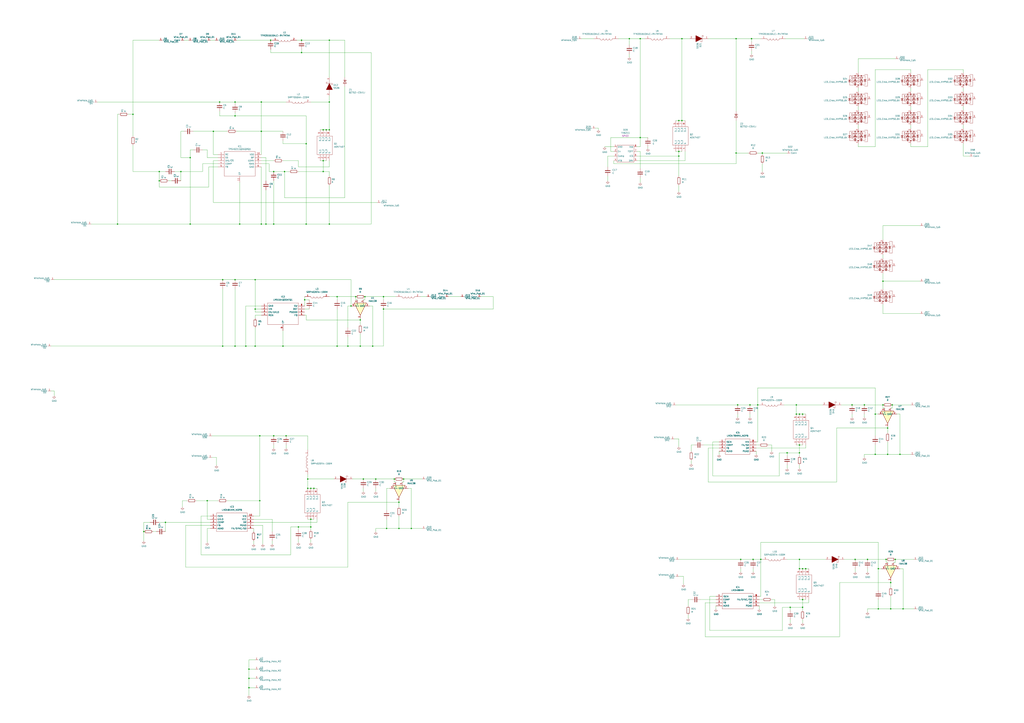
<source format=kicad_sch>
(kicad_sch (version 20211123) (generator eeschema)
  (paper "A1")
  (junction (at 654.05 340.36))
  (junction (at 214.63 184.15))
  (junction (at 741.68 500.38))
  (junction (at 659.13 492.76))
  (junction (at 661.67 467.36))
  (junction (at 295.91 284.48))
  (junction (at 731.52 500.38))
  (junction (at 209.55 229.87))
  (junction (at 712.47 459.74))
  (junction (at 735.33 459.74))
  (junction (at 156.21 184.15))
  (junction (at 204.47 565.15))
  (junction (at 224.79 184.15))
  (junction (at 728.98 373.38))
  (junction (at 327.66 434.34))
  (junction (at 285.75 284.48))
  (junction (at 732.79 332.74))
  (junction (at 148.59 140.97))
  (junction (at 265.43 132.08))
  (junction (at 656.59 372.11))
  (junction (at 699.77 332.74))
  (junction (at 257.81 401.32))
  (junction (at 331.47 393.7))
  (junction (at 234.95 358.14))
  (junction (at 193.04 95.25))
  (junction (at 255.27 433.07))
  (junction (at 214.63 83.82))
  (junction (at 624.84 459.74))
  (junction (at 214.63 107.95))
  (junction (at 224.79 140.97))
  (junction (at 193.04 229.87))
  (junction (at 617.22 31.75))
  (junction (at 182.88 284.48))
  (junction (at 728.98 351.79))
  (junction (at 265.43 106.68))
  (junction (at 337.82 434.34))
  (junction (at 180.34 83.82))
  (junction (at 270.51 33.02))
  (junction (at 270.51 106.68))
  (junction (at 156.21 129.54))
  (junction (at 193.04 83.82))
  (junction (at 204.47 557.53))
  (junction (at 618.49 459.74))
  (junction (at 718.82 373.38))
  (junction (at 209.55 254))
  (junction (at 317.5 434.34))
  (junction (at 232.41 284.48))
  (junction (at 255.27 426.72))
  (junction (at 267.97 106.68))
  (junction (at 135.89 429.26))
  (junction (at 656.59 467.36))
  (junction (at 276.86 284.48))
  (junction (at 170.18 411.48))
  (junction (at 252.73 393.7))
  (junction (at 709.93 332.74))
  (junction (at 557.53 124.46))
  (junction (at 626.11 125.73))
  (junction (at 233.68 140.97))
  (junction (at 604.52 31.75))
  (junction (at 557.53 99.06))
  (junction (at 193.04 284.48))
  (junction (at 702.31 459.74))
  (junction (at 247.65 33.02))
  (junction (at 646.43 372.11))
  (junction (at 725.17 332.74))
  (junction (at 247.65 43.18))
  (junction (at 130.81 140.97))
  (junction (at 314.96 254))
  (junction (at 721.36 467.36))
  (junction (at 118.11 436.88))
  (junction (at 276.86 243.84))
  (junction (at 251.46 118.11))
  (junction (at 560.07 99.06))
  (junction (at 130.81 148.59))
  (junction (at 314.96 243.84))
  (junction (at 201.93 284.48))
  (junction (at 292.1 243.84))
  (junction (at 298.45 393.7))
  (junction (at 109.22 93.98))
  (junction (at 252.73 401.32))
  (junction (at 222.25 33.02))
  (junction (at 218.44 184.15))
  (junction (at 306.07 284.48))
  (junction (at 295.91 262.89))
  (junction (at 718.82 340.36))
  (junction (at 656.59 459.74))
  (junction (at 605.79 332.74))
  (junction (at 327.66 412.75))
  (junction (at 622.3 332.74))
  (junction (at 323.85 393.7))
  (junction (at 299.72 243.84))
  (junction (at 615.95 332.74))
  (junction (at 557.53 128.27))
  (junction (at 516.89 31.75))
  (junction (at 255.27 401.32))
  (junction (at 224.79 358.14))
  (junction (at 721.36 500.38))
  (junction (at 308.61 393.7))
  (junction (at 656.59 365.76))
  (junction (at 725.17 231.14))
  (junction (at 182.88 229.87))
  (junction (at 731.52 478.79))
  (junction (at 96.52 184.15))
  (junction (at 175.26 107.95))
  (junction (at 251.46 184.15))
  (junction (at 525.78 31.75))
  (junction (at 288.29 251.46))
  (junction (at 204.47 549.91))
  (junction (at 525.78 113.03))
  (junction (at 739.14 373.38))
  (junction (at 608.33 459.74))
  (junction (at 648.97 499.11))
  (junction (at 196.85 184.15))
  (junction (at 213.36 411.48))
  (junction (at 659.13 467.36))
  (junction (at 250.19 246.38))
  (junction (at 659.13 499.11))
  (junction (at 270.51 83.82))
  (junction (at 560.07 31.75))
  (junction (at 604.52 125.73))
  (junction (at 265.43 140.97))
  (junction (at 727.71 459.74))
  (junction (at 654.05 332.74))
  (junction (at 270.51 184.15))
  (junction (at 659.13 340.36))
  (junction (at 656.59 340.36))
  (junction (at 213.36 358.14))
  (junction (at 209.55 284.48))
  (junction (at 245.11 433.07))
  (wire (pts (xy 251.46 184.15) (xy 224.79 184.15)))
  (wire (pts (xy 130.81 148.59) (xy 130.81 153.67)))
  (wire (pts (xy 581.66 31.75) (xy 604.52 31.75)))
  (wire (pts (xy 177.8 375.92) (xy 177.8 382.27)))
  (wire (pts (xy 265.43 140.97) (xy 270.51 140.97)))
  (wire (pts (xy 214.63 83.82) (xy 234.95 83.82)))
  (wire (pts (xy 270.51 140.97) (xy 270.51 144.78)))
  (wire (pts (xy 158.75 123.19) (xy 156.21 123.19)))
  (wire (pts (xy 255.27 401.32) (xy 257.81 401.32)))
  (wire (pts (xy 748.03 72.39) (xy 748.03 74.93)))
  (wire (pts (xy 193.04 95.25) (xy 251.46 95.25)))
  (wire (pts (xy 562.61 132.08) (xy 562.61 124.46)))
  (wire (pts (xy 504.19 134.62) (xy 604.52 134.62)))
  (wire (pts (xy 303.53 251.46) (xy 306.07 251.46)))
  (wire (pts (xy 709.93 373.38) (xy 718.82 373.38)))
  (wire (pts (xy 523.24 132.08) (xy 562.61 132.08)))
  (wire (pts (xy 44.45 229.87) (xy 182.88 229.87)))
  (wire (pts (xy 725.17 231.14) (xy 725.17 237.49)))
  (wire (pts (xy 218.44 148.59) (xy 218.44 129.54)))
  (wire (pts (xy 735.33 462.28) (xy 735.33 459.74)))
  (wire (pts (xy 288.29 251.46) (xy 288.29 229.87)))
  (wire (pts (xy 554.99 332.74) (xy 605.79 332.74)))
  (wire (pts (xy 621.03 363.22) (xy 622.3 363.22)))
  (wire (pts (xy 704.85 102.87) (xy 704.85 105.41)))
  (wire (pts (xy 499.11 128.27) (xy 499.11 137.16)))
  (wire (pts (xy 621.03 370.84) (xy 621.03 373.38)))
  (wire (pts (xy 704.85 72.39) (xy 704.85 74.93)))
  (wire (pts (xy 557.53 128.27) (xy 557.53 144.78)))
  (wire (pts (xy 260.35 429.26) (xy 260.35 426.72)))
  (wire (pts (xy 238.76 433.07) (xy 245.11 433.07)))
  (wire (pts (xy 204.47 549.91) (xy 209.55 549.91)))
  (wire (pts (xy 755.65 231.14) (xy 725.17 231.14)))
  (wire (pts (xy 712.47 500.38) (xy 712.47 502.92)))
  (wire (pts (xy 196.85 149.86) (xy 196.85 184.15)))
  (wire (pts (xy 220.98 140.97) (xy 224.79 140.97)))
  (wire (pts (xy 646.43 372.11) (xy 656.59 372.11)))
  (wire (pts (xy 704.85 118.11) (xy 704.85 120.65)))
  (wire (pts (xy 265.43 132.08) (xy 267.97 132.08)))
  (wire (pts (xy 135.89 429.26) (xy 172.72 429.26)))
  (wire (pts (xy 209.55 259.08) (xy 209.55 261.62)))
  (wire (pts (xy 233.68 140.97) (xy 233.68 162.56)))
  (wire (pts (xy 523.24 128.27) (xy 557.53 128.27)))
  (wire (pts (xy 726.44 335.28) (xy 725.17 335.28)))
  (wire (pts (xy 590.55 368.3) (xy 581.66 368.3)))
  (wire (pts (xy 709.93 332.74) (xy 725.17 332.74)))
  (wire (pts (xy 581.66 368.3) (xy 581.66 396.24)))
  (wire (pts (xy 687.07 396.24) (xy 687.07 351.79)))
  (wire (pts (xy 245.11 433.07) (xy 255.27 433.07)))
  (wire (pts (xy 224.79 148.59) (xy 224.79 184.15)))
  (wire (pts (xy 295.91 266.7) (xy 295.91 262.89)))
  (wire (pts (xy 496.57 120.65) (xy 504.19 120.65)))
  (wire (pts (xy 222.25 43.18) (xy 247.65 43.18)))
  (wire (pts (xy 238.76 433.07) (xy 238.76 455.93)))
  (wire (pts (xy 504.19 132.08) (xy 504.19 134.62)))
  (wire (pts (xy 170.18 123.19) (xy 170.18 129.54)))
  (wire (pts (xy 525.78 113.03) (xy 525.78 120.65)))
  (wire (pts (xy 270.51 33.02) (xy 270.51 63.5)))
  (wire (pts (xy 204.47 542.29) (xy 209.55 542.29)))
  (wire (pts (xy 656.59 459.74) (xy 656.59 467.36)))
  (wire (pts (xy 648.97 509.27) (xy 648.97 511.81)))
  (wire (pts (xy 732.79 335.28) (xy 732.79 332.74)))
  (wire (pts (xy 158.75 107.95) (xy 175.26 107.95)))
  (wire (pts (xy 218.44 129.54) (xy 214.63 129.54)))
  (wire (pts (xy 617.22 31.75) (xy 617.22 34.29)))
  (wire (pts (xy 604.52 134.62) (xy 604.52 125.73)))
  (wire (pts (xy 622.3 318.77) (xy 622.3 332.74)))
  (wire (pts (xy 288.29 229.87) (xy 209.55 229.87)))
  (wire (pts (xy 193.04 284.48) (xy 201.93 284.48)))
  (wire (pts (xy 170.18 426.72) (xy 170.18 411.48)))
  (wire (pts (xy 209.55 254) (xy 214.63 254)))
  (wire (pts (xy 557.53 459.74) (xy 608.33 459.74)))
  (wire (pts (xy 516.89 44.45) (xy 516.89 46.99)))
  (wire (pts (xy 721.36 492.76) (xy 721.36 500.38)))
  (wire (pts (xy 755.65 185.42) (xy 725.17 185.42)))
  (wire (pts (xy 731.52 490.22) (xy 731.52 500.38)))
  (wire (pts (xy 718.82 318.77) (xy 622.3 318.77)))
  (wire (pts (xy 636.27 497.84) (xy 636.27 492.76)))
  (wire (pts (xy 748.03 57.15) (xy 748.03 59.69)))
  (wire (pts (xy 659.13 492.76) (xy 659.13 499.11)))
  (wire (pts (xy 201.93 251.46) (xy 201.93 284.48)))
  (wire (pts (xy 741.68 500.38) (xy 750.57 500.38)))
  (wire (pts (xy 224.79 358.14) (xy 234.95 358.14)))
  (wire (pts (xy 588.01 495.3) (xy 579.12 495.3)))
  (wire (pts (xy 204.47 557.53) (xy 209.55 557.53)))
  (wire (pts (xy 152.4 431.8) (xy 172.72 431.8)))
  (wire (pts (xy 123.19 429.26) (xy 118.11 429.26)))
  (wire (pts (xy 170.18 434.34) (xy 170.18 445.77)))
  (wire (pts (xy 243.84 33.02) (xy 247.65 33.02)))
  (wire (pts (xy 251.46 118.11) (xy 251.46 184.15)))
  (wire (pts (xy 618.49 467.36) (xy 618.49 469.9)))
  (wire (pts (xy 224.79 184.15) (xy 218.44 184.15)))
  (wire (pts (xy 579.12 523.24) (xy 689.61 523.24)))
  (wire (pts (xy 394.97 243.84) (xy 405.13 243.84)))
  (wire (pts (xy 109.22 119.38) (xy 109.22 140.97)))
  (wire (pts (xy 762 120.65) (xy 762 57.15)))
  (wire (pts (xy 74.93 184.15) (xy 96.52 184.15)))
  (wire (pts (xy 298.45 401.32) (xy 298.45 403.86)))
  (wire (pts (xy 739.14 373.38) (xy 748.03 373.38)))
  (wire (pts (xy 309.88 166.37) (xy 175.26 166.37)))
  (wire (pts (xy 624.84 490.22) (xy 624.84 459.74)))
  (wire (pts (xy 633.73 370.84) (xy 633.73 365.76)))
  (wire (pts (xy 739.14 467.36) (xy 741.68 467.36)))
  (wire (pts (xy 180.34 91.44) (xy 180.34 95.25)))
  (wire (pts (xy 180.34 95.25) (xy 193.04 95.25)))
  (wire (pts (xy 251.46 95.25) (xy 251.46 118.11)))
  (wire (pts (xy 567.69 365.76) (xy 567.69 370.84)))
  (wire (pts (xy 664.21 495.3) (xy 664.21 492.76)))
  (wire (pts (xy 523.24 124.46) (xy 525.78 124.46)))
  (wire (pts (xy 712.47 459.74) (xy 727.71 459.74)))
  (wire (pts (xy 250.19 254) (xy 254 254)))
  (wire (pts (xy 499.11 144.78) (xy 499.11 148.59)))
  (wire (pts (xy 557.53 152.4) (xy 557.53 157.48)))
  (wire (pts (xy 218.44 184.15) (xy 214.63 184.15)))
  (wire (pts (xy 656.59 459.74) (xy 678.18 459.74)))
  (wire (pts (xy 170.18 129.54) (xy 179.07 129.54)))
  (wire (pts (xy 699.77 340.36) (xy 699.77 342.9)))
  (wire (pts (xy 255.27 426.72) (xy 255.27 433.07)))
  (wire (pts (xy 557.53 124.46) (xy 557.53 128.27)))
  (wire (pts (xy 175.26 127) (xy 179.07 127)))
  (wire (pts (xy 149.86 411.48) (xy 149.86 416.56)))
  (wire (pts (xy 270.51 106.68) (xy 267.97 106.68)))
  (wire (pts (xy 565.15 505.46) (xy 565.15 508)))
  (wire (pts (xy 186.69 107.95) (xy 175.26 107.95)))
  (wire (pts (xy 656.59 340.36) (xy 659.13 340.36)))
  (wire (pts (xy 250.19 251.46) (xy 250.19 246.38)))
  (wire (pts (xy 565.15 492.76) (xy 565.15 497.84)))
  (wire (pts (xy 654.05 365.76) (xy 656.59 365.76)))
  (wire (pts (xy 327.66 434.34) (xy 337.82 434.34)))
  (wire (pts (xy 250.19 246.38) (xy 254 246.38)))
  (wire (pts (xy 689.61 478.79) (xy 731.52 478.79)))
  (wire (pts (xy 270.51 184.15) (xy 251.46 184.15)))
  (wire (pts (xy 617.22 31.75) (xy 624.84 31.75)))
  (wire (pts (xy 289.56 393.7) (xy 298.45 393.7)))
  (wire (pts (xy 156.21 129.54) (xy 156.21 184.15)))
  (wire (pts (xy 646.43 459.74) (xy 656.59 459.74)))
  (wire (pts (xy 585.47 391.16) (xy 640.08 391.16)))
  (wire (pts (xy 193.04 284.48) (xy 182.88 284.48)))
  (wire (pts (xy 234.95 365.76) (xy 234.95 368.3)))
  (wire (pts (xy 209.55 256.54) (xy 209.55 254)))
  (wire (pts (xy 553.72 360.68) (xy 557.53 360.68)))
  (wire (pts (xy 643.89 332.74) (xy 654.05 332.74)))
  (wire (pts (xy 314.96 243.84) (xy 325.12 243.84)))
  (wire (pts (xy 659.13 467.36) (xy 661.67 467.36)))
  (wire (pts (xy 314.96 243.84) (xy 314.96 246.38)))
  (wire (pts (xy 204.47 549.91) (xy 204.47 557.53)))
  (wire (pts (xy 560.07 31.75) (xy 560.07 99.06)))
  (wire (pts (xy 204.47 565.15) (xy 209.55 565.15)))
  (wire (pts (xy 214.63 251.46) (xy 201.93 251.46)))
  (wire (pts (xy 80.01 83.82) (xy 180.34 83.82)))
  (wire (pts (xy 295.91 274.32) (xy 295.91 284.48)))
  (wire (pts (xy 325.12 396.24) (xy 323.85 396.24)))
  (wire (pts (xy 557.53 473.71) (xy 561.34 473.71)))
  (wire (pts (xy 175.26 132.08) (xy 179.07 132.08)))
  (wire (pts (xy 608.33 467.36) (xy 608.33 469.9)))
  (wire (pts (xy 213.36 358.14) (xy 224.79 358.14)))
  (wire (pts (xy 306.07 251.46) (xy 306.07 284.48)))
  (wire (pts (xy 718.82 340.36) (xy 718.82 318.77)))
  (wire (pts (xy 623.57 495.3) (xy 664.21 495.3)))
  (wire (pts (xy 623.57 497.84) (xy 623.57 500.38)))
  (wire (pts (xy 718.82 340.36) (xy 721.36 340.36)))
  (wire (pts (xy 214.63 256.54) (xy 209.55 256.54)))
  (wire (pts (xy 245.11 137.16) (xy 245.11 132.08)))
  (wire (pts (xy 204.47 557.53) (xy 204.47 565.15)))
  (wire (pts (xy 209.55 269.24) (xy 209.55 284.48)))
  (wire (pts (xy 748.03 102.87) (xy 748.03 105.41)))
  (wire (pts (xy 218.44 156.21) (xy 218.44 184.15)))
  (wire (pts (xy 721.36 467.36) (xy 723.9 467.36)))
  (wire (pts (xy 721.36 500.38) (xy 731.52 500.38)))
  (wire (pts (xy 128.27 436.88) (xy 125.73 436.88)))
  (wire (pts (xy 624.84 445.77) (xy 624.84 459.74)))
  (wire (pts (xy 604.52 31.75) (xy 617.22 31.75)))
  (wire (pts (xy 172.72 426.72) (xy 170.18 426.72)))
  (wire (pts (xy 317.5 434.34) (xy 327.66 434.34)))
  (wire (pts (xy 314.96 254) (xy 314.96 284.48)))
  (wire (pts (xy 585.47 363.22) (xy 585.47 391.16)))
  (wire (pts (xy 299.72 243.84) (xy 314.96 243.84)))
  (wire (pts (xy 704.85 120.65) (xy 718.82 120.65)))
  (wire (pts (xy 327.66 416.56) (xy 327.66 412.75)))
  (wire (pts (xy 718.82 365.76) (xy 718.82 373.38)))
  (wire (pts (xy 748.03 120.65) (xy 762 120.65)))
  (wire (pts (xy 640.08 372.11) (xy 646.43 372.11)))
  (wire (pts (xy 204.47 565.15) (xy 204.47 571.5)))
  (wire (pts (xy 175.26 166.37) (xy 175.26 132.08)))
  (wire (pts (xy 170.18 411.48) (xy 179.07 411.48)))
  (wire (pts (xy 130.81 140.97) (xy 130.81 148.59)))
  (wire (pts (xy 96.52 93.98) (xy 96.52 184.15)))
  (wire (pts (xy 525.78 31.75) (xy 529.59 31.75)))
  (wire (pts (xy 718.82 57.15) (xy 748.03 57.15)))
  (wire (pts (xy 166.37 140.97) (xy 148.59 140.97)))
  (wire (pts (xy 250.19 246.38) (xy 250.19 243.84)))
  (wire (pts (xy 690.88 332.74) (xy 699.77 332.74)))
  (wire (pts (xy 252.73 393.7) (xy 274.32 393.7)))
  (wire (pts (xy 623.57 492.76) (xy 626.11 492.76)))
  (wire (pts (xy 109.22 33.02) (xy 109.22 93.98)))
  (wire (pts (xy 615.95 340.36) (xy 615.95 342.9)))
  (wire (pts (xy 179.07 134.62) (xy 166.37 134.62)))
  (wire (pts (xy 105.41 93.98) (xy 109.22 93.98)))
  (wire (pts (xy 557.53 360.68) (xy 557.53 367.03)))
  (wire (pts (xy 245.11 443.23) (xy 245.11 445.77)))
  (wire (pts (xy 656.59 372.11) (xy 656.59 374.65)))
  (wire (pts (xy 201.93 284.48) (xy 209.55 284.48)))
  (wire (pts (xy 283.21 33.02) (xy 270.51 33.02)))
  (wire (pts (xy 725.17 335.28) (xy 725.17 332.74)))
  (wire (pts (xy 525.78 113.03) (xy 532.13 113.03)))
  (wire (pts (xy 270.51 132.08) (xy 270.51 137.16)))
  (wire (pts (xy 317.5 419.1) (xy 317.5 401.32)))
  (wire (pts (xy 588.01 497.84) (xy 588.01 500.38)))
  (wire (pts (xy 648.97 499.11) (xy 659.13 499.11)))
  (wire (pts (xy 276.86 243.84) (xy 292.1 243.84)))
  (wire (pts (xy 741.68 467.36) (xy 741.68 500.38)))
  (wire (pts (xy 237.49 140.97) (xy 233.68 140.97)))
  (wire (pts (xy 285.75 412.75) (xy 285.75 466.09)))
  (wire (pts (xy 654.05 332.74) (xy 654.05 340.36)))
  (wire (pts (xy 251.46 259.08) (xy 251.46 262.89)))
  (wire (pts (xy 166.37 123.19) (xy 170.18 123.19)))
  (wire (pts (xy 477.52 31.75) (xy 487.68 31.75)))
  (wire (pts (xy 728.98 462.28) (xy 727.71 462.28)))
  (wire (pts (xy 232.41 118.11) (xy 251.46 118.11)))
  (wire (pts (xy 791.21 72.39) (xy 791.21 74.93)))
  (wire (pts (xy 214.63 132.08) (xy 224.79 132.08)))
  (wire (pts (xy 554.99 99.06) (xy 557.53 99.06)))
  (wire (pts (xy 245.11 435.61) (xy 245.11 433.07)))
  (wire (pts (xy 283.21 33.02) (xy 283.21 63.5)))
  (wire (pts (xy 196.85 184.15) (xy 156.21 184.15)))
  (wire (pts (xy 725.17 185.42) (xy 725.17 196.85)))
  (wire (pts (xy 220.98 134.62) (xy 220.98 140.97)))
  (wire (pts (xy 194.31 33.02) (xy 222.25 33.02)))
  (wire (pts (xy 118.11 436.88) (xy 118.11 444.5)))
  (wire (pts (xy 656.59 382.27) (xy 656.59 384.81)))
  (wire (pts (xy 728.98 350.52) (xy 728.98 351.79)))
  (wire (pts (xy 337.82 401.32) (xy 337.82 434.34)))
  (wire (pts (xy 172.72 434.34) (xy 170.18 434.34)))
  (wire (pts (xy 298.45 393.7) (xy 308.61 393.7)))
  (wire (pts (xy 165.1 455.93) (xy 238.76 455.93)))
  (wire (pts (xy 622.3 363.22) (xy 622.3 332.74)))
  (wire (pts (xy 718.82 120.65) (xy 718.82 57.15)))
  (wire (pts (xy 331.47 396.24) (xy 331.47 393.7)))
  (wire (pts (xy 624.84 459.74) (xy 626.11 459.74)))
  (wire (pts (xy 252.73 389.89) (xy 252.73 393.7)))
  (wire (pts (xy 721.36 485.14) (xy 721.36 467.36)))
  (wire (pts (xy 345.44 243.84) (xy 350.52 243.84)))
  (wire (pts (xy 204.47 542.29) (xy 204.47 549.91)))
  (wire (pts (xy 130.81 33.02) (xy 109.22 33.02)))
  (wire (pts (xy 270.51 152.4) (xy 270.51 184.15)))
  (wire (pts (xy 560.07 99.06) (xy 562.61 99.06)))
  (wire (pts (xy 308.61 434.34) (xy 308.61 436.88)))
  (wire (pts (xy 582.93 518.16) (xy 642.62 518.16)))
  (wire (pts (xy 194.31 107.95) (xy 214.63 107.95)))
  (wire (pts (xy 223.52 426.72) (xy 223.52 436.88)))
  (wire (pts (xy 276.86 284.48) (xy 285.75 284.48)))
  (wire (pts (xy 257.81 401.32) (xy 260.35 401.32)))
  (wire (pts (xy 213.36 358.14) (xy 213.36 411.48)))
  (wire (pts (xy 656.59 365.76) (xy 656.59 372.11)))
  (wire (pts (xy 604.52 31.75) (xy 604.52 91.44)))
  (wire (pts (xy 135.89 436.88) (xy 135.89 429.26)))
  (wire (pts (xy 298.45 246.38) (xy 299.72 246.38)))
  (wire (pts (xy 590.55 370.84) (xy 590.55 373.38)))
  (wire (pts (xy 255.27 443.23) (xy 255.27 445.77)))
  (wire (pts (xy 661.67 467.36) (xy 664.21 467.36)))
  (wire (pts (xy 501.65 124.46) (xy 501.65 113.03)))
  (wire (pts (xy 702.31 467.36) (xy 702.31 469.9)))
  (wire (pts (xy 224.79 365.76) (xy 224.79 368.3)))
  (wire (pts (xy 791.21 118.11) (xy 791.21 128.27)))
  (wire (pts (xy 299.72 246.38) (xy 299.72 243.84)))
  (wire (pts (xy 727.71 462.28) (xy 727.71 459.74)))
  (wire (pts (xy 213.36 411.48) (xy 186.69 411.48)))
  (wire (pts (xy 337.82 434.34) (xy 346.71 434.34)))
  (wire (pts (xy 626.11 125.73) (xy 646.43 125.73)))
  (wire (pts (xy 604.52 125.73) (xy 614.68 125.73)))
  (wire (pts (xy 44.45 321.31) (xy 44.45 325.12)))
  (wire (pts (xy 151.13 107.95) (xy 148.59 107.95)))
  (wire (pts (xy 252.73 426.72) (xy 255.27 426.72)))
  (wire (pts (xy 214.63 137.16) (xy 214.63 184.15)))
  (wire (pts (xy 525.78 113.03) (xy 525.78 31.75)))
  (wire (pts (xy 405.13 243.84) (xy 405.13 254)))
  (wire (pts (xy 285.75 276.86) (xy 285.75 284.48)))
  (wire (pts (xy 525.78 120.65) (xy 523.24 120.65)))
  (wire (pts (xy 165.1 424.18) (xy 165.1 455.93)))
  (wire (pts (xy 331.47 393.7) (xy 346.71 393.7)))
  (wire (pts (xy 193.04 229.87) (xy 182.88 229.87)))
  (wire (pts (xy 648.97 501.65) (xy 648.97 499.11)))
  (wire (pts (xy 215.9 431.8) (xy 215.9 447.04)))
  (wire (pts (xy 748.03 118.11) (xy 748.03 120.65)))
  (wire (pts (xy 214.63 184.15) (xy 196.85 184.15)))
  (wire (pts (xy 617.22 41.91) (xy 617.22 44.45)))
  (wire (pts (xy 567.69 492.76) (xy 565.15 492.76)))
  (wire (pts (xy 525.78 124.46) (xy 525.78 138.43)))
  (wire (pts (xy 265.43 132.08) (xy 265.43 140.97)))
  (wire (pts (xy 605.79 340.36) (xy 605.79 342.9)))
  (wire (pts (xy 659.13 509.27) (xy 659.13 511.81)))
  (wire (pts (xy 590.55 363.22) (xy 585.47 363.22)))
  (wire (pts (xy 252.73 401.32) (xy 255.27 401.32)))
  (wire (pts (xy 791.21 102.87) (xy 791.21 105.41)))
  (wire (pts (xy 704.85 48.26) (xy 704.85 59.69)))
  (wire (pts (xy 171.45 153.67) (xy 171.45 137.16)))
  (wire (pts (xy 732.79 332.74) (xy 748.03 332.74)))
  (wire (pts (xy 661.67 368.3) (xy 661.67 365.76)))
  (wire (pts (xy 656.59 365.76) (xy 659.13 365.76)))
  (wire (pts (xy 317.5 401.32) (xy 320.04 401.32)))
  (wire (pts (xy 323.85 396.24) (xy 323.85 393.7)))
  (wire (pts (xy 308.61 434.34) (xy 317.5 434.34)))
  (wire (pts (xy 295.91 261.62) (xy 295.91 262.89)))
  (wire (pts (xy 633.73 365.76) (xy 631.19 365.76)))
  (wire (pts (xy 152.4 466.09) (xy 152.4 431.8)))
  (wire (pts (xy 140.97 148.59) (xy 138.43 148.59)))
  (wire (pts (xy 193.04 237.49) (xy 193.04 284.48)))
  (wire (pts (xy 581.66 396.24) (xy 687.07 396.24)))
  (wire (pts (xy 748.03 87.63) (xy 748.03 90.17)))
  (wire (pts (xy 718.82 358.14) (xy 718.82 340.36)))
  (wire (pts (xy 554.99 124.46) (xy 557.53 124.46)))
  (wire (pts (xy 245.11 140.97) (xy 265.43 140.97)))
  (wire (pts (xy 148.59 148.59) (xy 148.59 140.97)))
  (wire (pts (xy 525.78 146.05) (xy 525.78 149.86)))
  (wire (pts (xy 252.73 358.14) (xy 234.95 358.14)))
  (wire (pts (xy 712.47 500.38) (xy 721.36 500.38)))
  (wire (pts (xy 709.93 340.36) (xy 709.93 342.9)))
  (wire (pts (xy 689.61 523.24) (xy 689.61 478.79)))
  (wire (pts (xy 209.55 229.87) (xy 209.55 254)))
  (wire (pts (xy 193.04 229.87) (xy 209.55 229.87)))
  (wire (pts (xy 704.85 87.63) (xy 704.85 90.17)))
  (wire (pts (xy 247.65 43.18) (xy 304.8 43.18)))
  (wire (pts (xy 250.19 259.08) (xy 251.46 259.08)))
  (wire (pts (xy 308.61 401.32) (xy 308.61 403.86)))
  (wire (pts (xy 615.95 332.74) (xy 622.3 332.74)))
  (wire (pts (xy 285.75 269.24) (xy 285.75 251.46)))
  (wire (pts (xy 604.52 99.06) (xy 604.52 125.73)))
  (wire (pts (xy 295.91 284.48) (xy 306.07 284.48)))
  (wire (pts (xy 791.21 57.15) (xy 791.21 59.69)))
  (wire (pts (xy 308.61 393.7) (xy 323.85 393.7)))
  (wire (pts (xy 508 31.75) (xy 516.89 31.75)))
  (wire (pts (xy 153.67 411.48) (xy 149.86 411.48)))
  (wire (pts (xy 232.41 271.78) (xy 232.41 284.48)))
  (wire (pts (xy 214.63 134.62) (xy 220.98 134.62)))
  (wire (pts (xy 621.03 368.3) (xy 661.67 368.3)))
  (wire (pts (xy 270.51 83.82) (xy 270.51 106.68)))
  (wire (pts (xy 626.11 134.62) (xy 626.11 140.97)))
  (wire (pts (xy 245.11 132.08) (xy 232.41 132.08)))
  (wire (pts (xy 560.07 31.75) (xy 566.42 31.75)))
  (wire (pts (xy 109.22 140.97) (xy 130.81 140.97)))
  (wire (pts (xy 577.85 365.76) (xy 590.55 365.76)))
  (wire (pts (xy 736.6 340.36) (xy 739.14 340.36)))
  (wire (pts (xy 557.53 99.06) (xy 560.07 99.06)))
  (wire (pts (xy 626.11 125.73) (xy 626.11 127)))
  (wire (pts (xy 209.55 284.48) (xy 232.41 284.48)))
  (wire (pts (xy 247.65 33.02) (xy 270.51 33.02)))
  (wire (pts (xy 166.37 134.62) (xy 166.37 140.97)))
  (wire (pts (xy 214.63 83.82) (xy 214.63 107.95)))
  (wire (pts (xy 739.14 340.36) (xy 739.14 373.38)))
  (wire (pts (xy 304.8 184.15) (xy 270.51 184.15)))
  (wire (pts (xy 725.17 250.19) (xy 725.17 257.81)))
  (wire (pts (xy 791.21 128.27) (xy 796.29 128.27)))
  (wire (pts (xy 172.72 424.18) (xy 165.1 424.18)))
  (wire (pts (xy 41.91 321.31) (xy 44.45 321.31)))
  (wire (pts (xy 175.26 107.95) (xy 175.26 127)))
  (wire (pts (xy 270.51 137.16) (xy 245.11 137.16)))
  (wire (pts (xy 314.96 254) (xy 405.13 254)))
  (wire (pts (xy 642.62 499.11) (xy 648.97 499.11)))
  (wire (pts (xy 728.98 373.38) (xy 739.14 373.38)))
  (wire (pts (xy 276.86 254) (xy 276.86 284.48)))
  (wire (pts (xy 180.34 83.82) (xy 193.04 83.82)))
  (wire (pts (xy 532.13 120.65) (xy 532.13 121.92)))
  (wire (pts (xy 621.03 365.76) (xy 623.57 365.76)))
  (wire (pts (xy 148.59 107.95) (xy 148.59 129.54)))
  (wire (pts (xy 582.93 490.22) (xy 582.93 518.16)))
  (wire (pts (xy 304.8 43.18) (xy 304.8 184.15)))
  (wire (pts (xy 285.75 251.46) (xy 288.29 251.46)))
  (wire (pts (xy 252.73 369.57) (xy 252.73 358.14)))
  (wire (pts (xy 618.49 459.74) (xy 624.84 459.74)))
  (wire (pts (xy 659.13 340.36) (xy 661.67 340.36)))
  (wire (pts (xy 285.75 466.09) (xy 152.4 466.09)))
  (wire (pts (xy 171.45 137.16) (xy 179.07 137.16)))
  (wire (pts (xy 659.13 492.76) (xy 661.67 492.76)))
  (wire (pts (xy 645.16 31.75) (xy 660.4 31.75)))
  (wire (pts (xy 636.27 492.76) (xy 633.73 492.76)))
  (wire (pts (xy 156.21 123.19) (xy 156.21 129.54)))
  (wire (pts (xy 285.75 412.75) (xy 327.66 412.75)))
  (wire (pts (xy 148.59 140.97) (xy 143.51 140.97)))
  (wire (pts (xy 549.91 31.75) (xy 560.07 31.75)))
  (wire (pts (xy 327.66 411.48) (xy 327.66 412.75)))
  (wire (pts (xy 623.57 490.22) (xy 624.84 490.22)))
  (wire (pts (xy 251.46 262.89) (xy 295.91 262.89)))
  (wire (pts (xy 791.21 87.63) (xy 791.21 90.17)))
  (wire (pts (xy 232.41 115.57) (xy 232.41 118.11)))
  (wire (pts (xy 575.31 492.76) (xy 588.01 492.76)))
  (wire (pts (xy 330.2 396.24) (xy 331.47 396.24)))
  (wire (pts (xy 262.89 106.68) (xy 265.43 106.68)))
  (wire (pts (xy 252.73 393.7) (xy 252.73 401.32)))
  (wire (pts (xy 317.5 426.72) (xy 317.5 434.34)))
  (wire (pts (xy 728.98 355.6) (xy 728.98 351.79)))
  (wire (pts (xy 193.04 83.82) (xy 193.04 85.09)))
  (wire (pts (xy 693.42 459.74) (xy 702.31 459.74)))
  (wire (pts (xy 172.8562 33.02) (xy 176.6662 33.02)))
  (wire (pts (xy 255.27 433.07) (xy 255.27 435.61)))
  (wire (pts (xy 488.95 105.41) (xy 491.49 105.41)))
  (wire (pts (xy 193.04 83.82) (xy 214.63 83.82)))
  (wire (pts (xy 735.33 48.26) (xy 704.85 48.26)))
  (wire (pts (xy 656.59 492.76) (xy 659.13 492.76)))
  (wire (pts (xy 173.99 375.92) (xy 177.8 375.92)))
  (wire (pts (xy 193.04 92.71) (xy 193.04 95.25)))
  (wire (pts (xy 731.52 335.28) (xy 732.79 335.28)))
  (wire (pts (xy 755.65 257.81) (xy 725.17 257.81)))
  (wire (pts (xy 222.25 40.64) (xy 222.25 43.18)))
  (wire (pts (xy 368.3 243.84) (xy 378.46 243.84)))
  (wire (pts (xy 293.37 246.38) (xy 292.1 246.38)))
  (wire (pts (xy 208.28 424.18) (xy 213.36 424.18)))
  (wire (pts (xy 721.36 467.36) (xy 721.36 445.77)))
  (wire (pts (xy 731.52 477.52) (xy 731.52 478.79)))
  (wire (pts (xy 646.43 382.27) (xy 646.43 384.81)))
  (wire (pts (xy 734.06 462.28) (xy 735.33 462.28)))
  (wire (pts (xy 561.34 473.71) (xy 561.34 480.06)))
  (wire (pts (xy 97.79 93.98) (xy 96.52 93.98)))
  (wire (pts (xy 41.91 284.48) (xy 182.88 284.48)))
  (wire (pts (xy 306.07 284.48) (xy 314.96 284.48)))
  (wire (pts (xy 712.47 467.36) (xy 712.47 469.9)))
  (wire (pts (xy 570.23 365.76) (xy 567.69 365.76)))
  (wire (pts (xy 151.13 33.02) (xy 154.94 33.02)))
  (wire (pts (xy 208.28 426.72) (xy 223.52 426.72)))
  (wire (pts (xy 702.31 459.74) (xy 712.47 459.74)))
  (wire (pts (xy 731.52 500.38) (xy 741.68 500.38)))
  (wire (pts (xy 687.07 351.79) (xy 728.98 351.79)))
  (wire (pts (xy 605.79 332.74) (xy 615.95 332.74)))
  (wire (pts (xy 213.36 424.18) (xy 213.36 411.48)))
  (wire (pts (xy 642.62 518.16) (xy 642.62 499.11)))
  (wire (pts (xy 233.68 162.56) (xy 283.21 162.56)))
  (wire (pts (xy 292.1 246.38) (xy 292.1 243.84)))
  (wire (pts (xy 247.65 40.64) (xy 247.65 43.18)))
  (wire (pts (xy 557.53 124.46) (xy 560.07 124.46)))
  (wire (pts (xy 622.3 125.73) (xy 626.11 125.73)))
  (wire (pts (xy 622.3 332.74) (xy 623.57 332.74)))
  (wire (pts (xy 516.89 36.83) (xy 516.89 31.75)))
  (wire (pts (xy 222.25 33.02) (xy 223.52 33.02)))
  (wire (pts (xy 327.66 424.18) (xy 327.66 434.34)))
  (wire (pts (xy 579.12 495.3) (xy 579.12 523.24)))
  (wire (pts (xy 731.52 482.6) (xy 731.52 478.79)))
  (wire (pts (xy 567.69 378.46) (xy 567.69 381)))
  (wire (pts (xy 182.88 237.49) (xy 182.88 284.48)))
  (wire (pts (xy 215.9 431.8) (xy 208.28 431.8)))
  (wire (pts (xy 762 57.15) (xy 791.21 57.15)))
  (wire (pts (xy 283.21 71.12) (xy 283.21 162.56)))
  (wire (pts (xy 214.63 259.08) (xy 209.55 259.08)))
  (wire (pts (xy 699.77 332.74) (xy 709.93 332.74)))
  (wire (pts (xy 233.68 140.97) (xy 224.79 140.97)))
  (wire (pts (xy 659.13 499.11) (xy 659.13 501.65)))
  (wire (pts (xy 255.27 426.72) (xy 257.81 426.72)))
  (wire (pts (xy 491.49 105.41) (xy 491.49 106.68)))
  (wire (pts (xy 265.43 106.68) (xy 267.97 106.68)))
  (wire (pts (xy 109.22 93.98) (xy 109.22 111.76)))
  (wire (pts (xy 725.17 209.55) (xy 725.17 212.09)))
  (wire (pts (xy 135.89 429.26) (xy 130.81 429.26)))
  (wire (pts (xy 735.33 459.74) (xy 750.57 459.74)))
  (wire (pts (xy 721.36 445.77) (xy 624.84 445.77)))
  (wire (pts (xy 96.52 184.15) (xy 156.21 184.15)))
  (wire (pts (xy 208.28 434.34) (xy 208.28 436.88)))
  (wire (pts (xy 255.27 83.82) (xy 270.51 83.82)))
  (wire (pts (xy 173.99 358.14) (xy 213.36 358.14)))
  (wire (pts (xy 161.29 411.48) (xy 170.18 411.48)))
  (wire (pts (xy 130.81 153.67) (xy 171.45 153.67)))
  (wire (pts (xy 588.01 490.22) (xy 582.93 490.22)))
  (wire (pts (xy 223.52 444.5) (xy 223.52 447.04)))
  (wire (pts (xy 135.89 140.97) (xy 130.81 140.97)))
  (wire (pts (xy 654.05 340.36) (xy 656.59 340.36)))
  (wire (pts (xy 516.89 31.75) (xy 525.78 31.75)))
  (wire (pts (xy 646.43 374.65) (xy 646.43 372.11)))
  (wire (pts (xy 501.65 113.03) (xy 525.78 113.03)))
  (wire (pts (xy 504.19 128.27) (xy 499.11 128.27)))
  (wire (pts (xy 214.63 127) (xy 214.63 107.95)))
  (wire (pts (xy 232.41 284.48) (xy 276.86 284.48)))
  (wire (pts (xy 335.28 401.32) (xy 337.82 401.32)))
  (wire (pts (xy 262.89 132.08) (xy 265.43 132.08)))
  (wire (pts (xy 656.59 467.36) (xy 659.13 467.36)))
  (wire (pts (xy 640.08 391.16) (xy 640.08 372.11)))
  (wire (pts (xy 718.82 373.38) (xy 728.98 373.38)))
  (wire (pts (xy 270.51 83.82) (xy 270.51 78.74)))
  (wire (pts (xy 285.75 284.48) (xy 295.91 284.48)))
  (wire (pts (xy 728.98 363.22) (xy 728.98 373.38)))
  (wire (pts (xy 504.19 124.46) (xy 501.65 124.46)))
  (wire (pts (xy 725.17 224.79) (xy 725.17 231.14)))
  (wire (pts (xy 208.28 444.5) (xy 208.28 447.04)))
  (wire (pts (xy 276.86 243.84) (xy 276.86 246.38)))
  (wire (pts (xy 608.33 459.74) (xy 618.49 459.74)))
  (wire (pts (xy 118.11 429.26) (xy 118.11 436.88)))
  (wire (pts (xy 214.63 107.95) (xy 232.41 107.95)))
  (wire (pts (xy 148.59 129.54) (xy 156.21 129.54)))
  (wire (pts (xy 654.05 332.74) (xy 675.64 332.74)))
  (wire (pts (xy 270.51 243.84) (xy 276.86 243.84)))
  (wire (pts (xy 709.93 373.38) (xy 709.93 375.92)))
  (wire (pts (xy 208.28 429.26) (xy 260.35 429.26)))
  (symbol (lib_id "Main_PCB_001-rescue:TPS40211QDGQRQ1-TPS40211QDGQRQ1") (at 179.07 127 0) (unit 1)
    (property "Reference" "IC1" (at 196.85 120.269 0))
    (property "Value" "TPS40211QDGQRQ1" (at 196.85 122.5804 0))
    (property "Footprint" "libraries:SOP50P490X110-11N" (effects hide))
    (property "Datasheet" "http://www.ti.com/lit/gpn/tps40211-q1" (effects hide))
    (property "Description" "4.5V to 52V Wide Input range current mode boost controller with 260 mV reference voltage" (effects hide))
    (property "Height" "1.1" (effects hide))
    (property "Manufacturer_Name" "Texas Instruments" (effects hide))
    (property "Manufacturer_Part_Number" "TPS40211QDGQRQ1" (effects hide))
    (property "Mouser Part Number" "595-TPS40211QDGQRQ1" (effects hide))
    (property "Mouser Price/Stock" "https://www.mouser.co.uk/ProductDetail/Texas-Instruments/TPS40211QDGQRQ1?qs=XGzIaZb%2FFYKjJ5OLwHPUhQ%3D%3D" (effects hide))
    (property "Arrow Part Number" "TPS40211QDGQRQ1" (effects hide))
    (property "Arrow Price/Stock" "https://www.arrow.com/en/products/tps40211qdgqrq1/texas-instruments?region=nac" (effects hide))
  )
  (symbol (lib_id "Device:R") (at 109.22 115.57 0) (unit 1)
    (property "Reference" "R2" (at 110.998 114.4016 0) (effects (justify left)))
    (property "Value" "R" (at 110.998 116.713 0) (effects (justify left)))
    (property "Footprint" "Resistor_SMD:R_0805_2012Metric_Pad1.20x1.40mm_HandSolder" (effects hide))
  )
  (symbol (lib_id "Device:R") (at 101.6 93.98 90) (unit 1)
    (property "Reference" "R1" (at 100.4316 92.202 0) (effects (justify left)))
    (property "Value" "R" (at 102.743 92.202 0) (effects (justify left)))
    (property "Footprint" "Resistor_SMD:R_0805_2012Metric_Pad1.20x1.40mm_HandSolder" (effects hide))
  )
  (symbol (lib_id "Device:R") (at 228.6 132.08 90) (unit 1)
    (property "Reference" "R6" (at 227.4316 130.302 0) (effects (justify left)))
    (property "Value" "R" (at 229.743 130.302 0) (effects (justify left)))
    (property "Footprint" "Resistor_SMD:R_0805_2012Metric_Pad1.20x1.40mm_HandSolder" (effects hide))
  )
  (symbol (lib_id "Device:R") (at 241.3 140.97 90) (unit 1)
    (property "Reference" "R7" (at 240.1316 139.192 0) (effects (justify left)))
    (property "Value" "R" (at 242.443 139.192 0) (effects (justify left)))
    (property "Footprint" "Resistor_SMD:R_0805_2012Metric_Pad1.20x1.40mm_HandSolder" (effects hide))
  )
  (symbol (lib_id "Device:R") (at 190.5 107.95 90) (unit 1)
    (property "Reference" "R4" (at 189.3316 106.172 0) (effects (justify left)))
    (property "Value" "R" (at 191.643 106.172 0) (effects (justify left)))
    (property "Footprint" "Resistor_SMD:R_0805_2012Metric_Pad1.20x1.40mm_HandSolder" (effects hide))
  )
  (symbol (lib_id "Device:R") (at 270.51 148.59 0) (unit 1)
    (property "Reference" "R8" (at 272.288 147.4216 0) (effects (justify left)))
    (property "Value" "R" (at 272.288 149.733 0) (effects (justify left)))
    (property "Footprint" "Resistor_SMD:R_0805_2012Metric_Pad1.20x1.40mm_HandSolder" (effects hide))
  )
  (symbol (lib_id "Device:C") (at 144.78 148.59 90) (unit 1)
    (property "Reference" "C2" (at 143.6116 145.669 0) (effects (justify left)))
    (property "Value" "C" (at 145.923 145.669 0) (effects (justify left)))
    (property "Footprint" "Capacitor_SMD:C_0805_2012Metric_Pad1.18x1.45mm_HandSolder" (effects hide))
  )
  (symbol (lib_id "Device:R") (at 134.62 148.59 90) (unit 1)
    (property "Reference" "R3" (at 133.4516 146.812 0) (effects (justify left)))
    (property "Value" "R" (at 135.763 146.812 0) (effects (justify left)))
    (property "Footprint" "Resistor_SMD:R_0805_2012Metric_Pad1.20x1.40mm_HandSolder" (effects hide))
  )
  (symbol (lib_id "Device:C") (at 154.94 107.95 90) (unit 1)
    (property "Reference" "C3" (at 153.7716 105.029 0) (effects (justify left)))
    (property "Value" "C" (at 156.083 105.029 0) (effects (justify left)))
    (property "Footprint" "Capacitor_SMD:C_0805_2012Metric_Pad1.18x1.45mm_HandSolder" (effects hide))
  )
  (symbol (lib_id "Device:C") (at 232.41 111.76 0) (unit 1)
    (property "Reference" "C12" (at 235.331 110.5916 0) (effects (justify left)))
    (property "Value" "C" (at 235.331 112.903 0) (effects (justify left)))
    (property "Footprint" "Capacitor_SMD:C_0603_1608Metric_Pad1.08x0.95mm_HandSolder" (effects hide))
  )
  (symbol (lib_id "Device:C") (at 139.7 140.97 90) (unit 1)
    (property "Reference" "C1" (at 138.5316 138.049 0) (effects (justify left)))
    (property "Value" "C" (at 140.843 138.049 0) (effects (justify left)))
    (property "Footprint" "Capacitor_SMD:C_0805_2012Metric_Pad1.18x1.45mm_HandSolder" (effects hide))
  )
  (symbol (lib_id "Device:C") (at 162.56 123.19 90) (unit 1)
    (property "Reference" "C4" (at 161.3916 120.269 0) (effects (justify left)))
    (property "Value" "C" (at 163.703 120.269 0) (effects (justify left)))
    (property "Footprint" "Capacitor_SMD:C_0805_2012Metric_Pad1.18x1.45mm_HandSolder" (effects hide))
  )
  (symbol (lib_id "Device:C") (at 224.79 144.78 0) (unit 1)
    (property "Reference" "C11" (at 227.711 143.6116 0) (effects (justify left)))
    (property "Value" "C" (at 227.711 145.923 0) (effects (justify left)))
    (property "Footprint" "Capacitor_SMD:C_0805_2012Metric_Pad1.18x1.45mm_HandSolder" (effects hide))
  )
  (symbol (lib_id "SS36:SS36") (at 270.51 60.96 270) (unit 1)
    (property "Reference" "D12" (at 273.812 69.9516 90) (effects (justify left)))
    (property "Value" "SS36" (at 273.812 72.263 90) (effects (justify left)))
    (property "Footprint" "libraries:SODFL4626X120N" (effects hide))
    (property "Datasheet" "https://docs.rs-online.com/a290/0900766b8002669b.pdf" (effects hide))
    (property "Description" "Rectifier Diode, Schottky, 60 Volt, DO-214AB / SMC" (effects hide))
    (property "Height" "2.62" (effects hide))
    (property "Manufacturer_Name" "Vishay" (effects hide))
    (property "Manufacturer_Part_Number" "SS36" (effects hide))
  )
  (symbol (lib_id "Diode:MM3Zxx") (at 283.21 67.31 270) (unit 1)
    (property "Reference" "Z1" (at 286.512 73.7616 90) (effects (justify left)))
    (property "Value" "BZT52-C5V1J" (at 286.512 76.073 90) (effects (justify left)))
    (property "Footprint" "Diode_SMD:D_SOD-323F" (effects hide))
    (property "Datasheet" "https://diotec.com/tl_files/diotec/files/pdf/datasheets/mm3z2v4.pdf" (effects hide))
    (property "Description" "Zener Diodes BZT52-C5V1/SOD123 SOD2" (effects hide))
    (property "Height" "1.3" (effects hide))
    (property "Manufacturer_Name" "Nexperia" (effects hide))
    (property "Manufacturer_Part_Number" "BZT52-C5V1J" (effects hide))
    (property "Mouser Part Number" "N/A" (effects hide))
    (property "Mouser Price/Stock" "https://www.mouser.com/Search/Refine.aspx?Keyword=N%2FA" (effects hide))
    (property "Arrow Part Number" "BZT52-C5V1J" (effects hide))
    (property "Arrow Price/Stock" "https://www.arrow.com/en/products/bzt52-c5v1j/nexperia" (effects hide))
  )
  (symbol (lib_id "SRP7050AA-220M:SRP7050AA-220M") (at 234.95 83.82 0) (unit 1)
    (property "Reference" "L2" (at 245.11 77.47 0))
    (property "Value" "SRP7050AA-220M" (at 245.11 80.01 0))
    (property "Footprint" "libraries:INDPM5752X300N" (effects hide))
    (property "Datasheet" "https://www.bourns.com/docs/Product-Datasheets/SRP7050AA.pdf" (effects hide))
    (property "Description" "Shielded Power Inductor 22uH" (effects hide))
    (property "Height" "5" (effects hide))
    (property "Manufacturer_Name" "Bourns" (effects hide))
    (property "Manufacturer_Part_Number" "SRP7050AA-220M" (effects hide))
    (property "Mouser Part Number" "652-SRP7050AA-220M" (effects hide))
    (property "Mouser Price/Stock" "https://www.mouser.co.uk/ProductDetail/Bourns/SRP7050AA-220M?qs=CiayqK2gdcLzSCtuPAylpQ%3D%3D" (effects hide))
  )
  (symbol (lib_id "power:GND") (at 590.55 373.38 0) (unit 1)
    (property "Reference" "#PWR031" (effects hide))
    (property "Value" "GND" (at 590.677 377.7742 0))
  )
  (symbol (lib_id "Device:C") (at 222.25 36.83 0) (unit 1)
    (property "Reference" "C10" (at 225.171 35.6616 0) (effects (justify left)))
    (property "Value" "C" (at 225.171 37.973 0) (effects (justify left)))
    (property "Footprint" "Capacitor_SMD:C_0603_1608Metric_Pad1.08x0.95mm_HandSolder" (effects hide))
  )
  (symbol (lib_id "Device:R") (at 626.11 130.81 0) (unit 1)
    (property "Reference" "R13" (at 628.65 129.5399 0) (effects (justify left)))
    (property "Value" "R" (at 628.65 132.0799 0) (effects (justify left)))
    (property "Footprint" "Resistor_SMD:R_0805_2012Metric_Pad1.20x1.40mm_HandSolder" (effects hide))
  )
  (symbol (lib_id "AON7407:AON7407") (at 654.05 365.76 90) (unit 1)
    (property "Reference" "Q4" (at 665.48 351.7899 90) (effects (justify right)))
    (property "Value" "AON7407" (at 665.48 354.3299 90) (effects (justify right)))
    (property "Footprint" "libraries:DFN_3X3_EP" (effects hide))
    (property "Datasheet" "http://aosmd.com/res/data_sheets/AON7407.pdf" (effects hide))
    (property "Description" "MOSFET P-CH 20V 14.5A 8DFN" (effects hide))
    (property "Manufacturer_Name" "Alpha & Omega Semiconductors" (effects hide))
    (property "Manufacturer_Part_Number" "AON7407" (effects hide))
    (property "Arrow Part Number" "AON7407" (effects hide))
    (property "Arrow Price/Stock" "https://www.arrow.com/en/products/aon7407/alpha-and-omega-semiconductor?region=nac" (effects hide))
  )
  (symbol (lib_id "power:GND") (at 608.33 469.9 0) (unit 1)
    (property "Reference" "#PWR033" (effects hide))
    (property "Value" "GND" (at 608.457 474.2942 0))
  )
  (symbol (lib_id "Connectors_for_Wire:Wire_Pad_01") (at 748.03 373.38 0) (unit 1)
    (property "Reference" "D52" (at 751.84 372.1099 0) (effects (justify left)))
    (property "Value" "Wire_Pad_01" (at 751.84 374.6499 0) (effects (justify left)))
    (property "Footprint" "Flat_Wires_Pads:Wire_Hole_1mm" (effects hide))
  )
  (symbol (lib_id "power:GND") (at 496.57 120.65 0) (unit 1)
    (property "Reference" "#PWR04" (effects hide))
    (property "Value" "GND" (at 496.697 125.0442 0))
  )
  (symbol (lib_id "Device:C") (at 127 429.26 90) (unit 1)
    (property "Reference" "C23" (at 125.8316 426.339 0) (effects (justify left)))
    (property "Value" "C" (at 128.143 426.339 0) (effects (justify left)))
    (property "Footprint" "Capacitor_SMD:C_0805_2012Metric_Pad1.18x1.45mm_HandSolder" (effects hide))
  )
  (symbol (lib_id "Connectors_for_Wire:WireHole_1p5") (at 74.93 184.15 180) (unit 1)
    (property "Reference" "D1" (at 71.12 185.4201 0) (effects (justify left)))
    (property "Value" "WireHole_1p5" (at 71.12 182.8801 0) (effects (justify left)))
    (property "Footprint" "libraries:WireHole_1p2" (effects hide))
  )
  (symbol (lib_id "LED:LED_Cree_XHP50_6V") (at 791.21 81.28 90) (unit 1)
    (property "Reference" "D33" (at 782.32 80.0099 90) (effects (justify left)))
    (property "Value" "LED_Cree_XHP50_6V" (at 782.32 82.5499 90) (effects (justify left)))
    (property "Footprint" "LED_SMD:LED_Cree-XHP50_6V" (effects hide))
    (property "Datasheet" "http://www.cree.com/%7E/media/Files/Cree/LED%20Components%20and%20Modules/XLamp/Data%20and%20Binning/ds%20XHP50.pdf" (effects hide))
  )
  (symbol (lib_id "Device:C") (at 245.11 439.42 0) (unit 1)
    (property "Reference" "C28" (at 248.031 438.2516 0) (effects (justify left)))
    (property "Value" "C" (at 248.031 440.563 0) (effects (justify left)))
    (property "Footprint" "Capacitor_SMD:C_0805_2012Metric_Pad1.18x1.45mm_HandSolder" (effects hide))
  )
  (symbol (lib_id "Connectors_for_Wire:WireHole_1p5") (at 41.91 284.48 180) (unit 1)
    (property "Reference" "D2" (at 38.1 285.7501 0) (effects (justify left)))
    (property "Value" "WireHole_1p5" (at 38.1 283.2101 0) (effects (justify left)))
    (property "Footprint" "libraries:WireHole_1p2" (effects hide))
  )
  (symbol (lib_id "Device:C") (at 314.96 250.19 0) (unit 1)
    (property "Reference" "C16" (at 317.881 249.0216 0) (effects (justify left)))
    (property "Value" "C" (at 317.881 251.333 0) (effects (justify left)))
    (property "Footprint" "Capacitor_SMD:C_1206_3216Metric_Pad1.33x1.80mm_HandSolder" (effects hide))
  )
  (symbol (lib_id "Connectors_for_Wire:Wire_Pad_01") (at 346.71 393.7 0) (unit 1)
    (property "Reference" "D39" (at 350.52 392.4299 0) (effects (justify left)))
    (property "Value" "Wire_Pad_01" (at 350.52 394.9699 0) (effects (justify left)))
    (property "Footprint" "Flat_Wires_Pads:Wire_Hole_1mm" (effects hide))
  )
  (symbol (lib_id "Mounting_Holes:Mounting_Hole_M2") (at 212.09 549.91 0) (unit 1)
    (property "Reference" "U3" (at 213.36 548.6399 0) (effects (justify left)))
    (property "Value" "Mounting_Hole_M2" (at 213.36 551.1799 0) (effects (justify left)))
    (property "Footprint" "mount_holes:Hole_screw_M1p2" (effects hide))
  )
  (symbol (lib_id "SRP4020TA-100M:SRP4020TA-100M") (at 623.57 332.74 0) (unit 1)
    (property "Reference" "L9" (at 633.73 326.39 0))
    (property "Value" "SRP4020TA-100M" (at 633.73 328.93 0))
    (property "Footprint" "libraries:INDPM4441X200N" (effects hide))
    (property "Datasheet" "http://www.bourns.com/docs/Product-Datasheets/SRP4020TA.pdf" (effects hide))
    (property "Description" "Bourns SRP4020TA Series Shielded Wire-wound SMD Inductor with a Carbonyl Powder Core, 10 uH +/-20% 1.8A Idc" (effects hide))
    (property "Height" "2" (effects hide))
    (property "Manufacturer_Name" "Bourns" (effects hide))
    (property "Manufacturer_Part_Number" "SRP4020TA-100M" (effects hide))
    (property "Mouser Part Number" "652-SRP4020TA-100M" (effects hide))
    (property "Mouser Price/Stock" "https://www.mouser.co.uk/ProductDetail/Bourns/SRP4020TA-100M?qs=Ph8%2FHnX6CQx3wposaLflWQ%3D%3D" (effects hide))
    (property "Arrow Part Number" "SRP4020TA-100M" (effects hide))
    (property "Arrow Price/Stock" "https://www.arrow.com/en/products/srp4020ta-100m/bourns?region=nac" (effects hide))
  )
  (symbol (lib_id "Connectors_for_Wire:Wire_Pad_01") (at 748.03 332.74 0) (unit 1)
    (property "Reference" "D51" (at 751.84 331.4699 0) (effects (justify left)))
    (property "Value" "Wire_Pad_01" (at 751.84 334.0099 0) (effects (justify left)))
    (property "Footprint" "Flat_Wires_Pads:Wire_Hole_1mm" (effects hide))
  )
  (symbol (lib_id "SS36:SS36") (at 292.1 393.7 180) (unit 1)
    (property "Reference" "D38" (at 283.1084 397.002 90) (effects (justify left)))
    (property "Value" "SS36" (at 280.797 397.002 90) (effects (justify left)))
    (property "Footprint" "libraries:SODFL4626X120N" (effects hide))
    (property "Datasheet" "https://docs.rs-online.com/a290/0900766b8002669b.pdf" (effects hide))
    (property "Description" "Rectifier Diode, Schottky, 60 Volt, DO-214AB / SMC" (effects hide))
    (property "Height" "2.62" (effects hide))
    (property "Manufacturer_Name" "Vishay" (effects hide))
    (property "Manufacturer_Part_Number" "SS36" (effects hide))
  )
  (symbol (lib_id "power:GND") (at 298.45 403.86 0) (unit 1)
    (property "Reference" "#PWR023" (effects hide))
    (property "Value" "GND" (at 298.577 408.2542 0))
  )
  (symbol (lib_id "LED:LED_Cree_XHP50_6V") (at 791.21 96.52 90) (unit 1)
    (property "Reference" "D34" (at 782.32 95.2499 90) (effects (justify left)))
    (property "Value" "LED_Cree_XHP50_6V" (at 782.32 97.7899 90) (effects (justify left)))
    (property "Footprint" "LED_SMD:LED_Cree-XHP50_6V" (effects hide))
    (property "Datasheet" "http://www.cree.com/%7E/media/Files/Cree/LED%20Components%20and%20Modules/XLamp/Data%20and%20Binning/ds%20XHP50.pdf" (effects hide))
  )
  (symbol (lib_id "LED:LED_Cree_XHP50_6V") (at 748.03 96.52 90) (unit 1)
    (property "Reference" "D30" (at 739.14 95.2499 90) (effects (justify left)))
    (property "Value" "LED_Cree_XHP50_6V" (at 739.14 97.7899 90) (effects (justify left)))
    (property "Footprint" "LED_SMD:LED_Cree-XHP50_6V" (effects hide))
    (property "Datasheet" "http://www.cree.com/%7E/media/Files/Cree/LED%20Components%20and%20Modules/XLamp/Data%20and%20Binning/ds%20XHP50.pdf" (effects hide))
  )
  (symbol (lib_id "power:GND") (at 170.18 445.77 0) (unit 1)
    (property "Reference" "#PWR014" (effects hide))
    (property "Value" "GND" (at 170.307 450.1642 0))
  )
  (symbol (lib_id "TFM201610ALC-R47MTAA:TFM201610ALC-R47MTAA") (at 624.84 31.75 0) (unit 1)
    (property "Reference" "L7" (at 635 25.4 0))
    (property "Value" "TFM201610ALC-R47MTAA" (at 635 27.94 0))
    (property "Footprint" "libraries:INDC2016X80N" (effects hide))
    (property "Datasheet" "https://datasheet.datasheetarchive.com/originals/distributors/DKDS41/DSANUWW0039576.pdf" (effects hide))
    (property "Description" "Inductors for Power Circuits, for Consumer, Thin Film Metal, TFM201610ALC ,-40 to +125" (effects hide))
    (property "Height" "0.8" (effects hide))
    (property "Manufacturer_Name" "TDK" (effects hide))
    (property "Manufacturer_Part_Number" "TFM201610ALC-R47MTAA" (effects hide))
    (property "Mouser Part Number" "810-TFM201610ALCR47M" (effects hide))
    (property "Mouser Price/Stock" "https://www.mouser.co.uk/ProductDetail/TDK/TFM201610ALC-R47MTAA?qs=MLItCLRbWsy9rkE7tyNMeg%3D%3D" (effects hide))
    (property "Arrow Part Number" "TFM201610ALC-R47MTAA" (effects hide))
    (property "Arrow Price/Stock" "https://www.arrow.com/en/products/tfm201610alc-r47mtaa/tdk" (effects hide))
  )
  (symbol (lib_id "TFM201610ALC-R47MTAA:TFM201610ALC-R47MTAA") (at 529.59 31.75 0) (unit 1)
    (property "Reference" "L6" (at 539.75 25.4 0))
    (property "Value" "TFM201610ALC-R47MTAA" (at 532.13 27.94 0))
    (property "Footprint" "libraries:INDPM5752X300N" (effects hide))
    (property "Datasheet" "https://datasheet.datasheetarchive.com/originals/distributors/DKDS41/DSANUWW0039576.pdf" (effects hide))
    (property "Description" "Inductors for Power Circuits, for Consumer, Thin Film Metal, TFM201610ALC ,-40 to +125" (effects hide))
    (property "Height" "0.8" (effects hide))
    (property "Manufacturer_Name" "TDK" (effects hide))
    (property "Manufacturer_Part_Number" "TFM201610ALC-R47MTAA" (effects hide))
    (property "Mouser Part Number" "810-TFM201610ALCR47M" (effects hide))
    (property "Mouser Price/Stock" "https://www.mouser.co.uk/ProductDetail/TDK/TFM201610ALC-R47MTAA?qs=MLItCLRbWsy9rkE7tyNMeg%3D%3D" (effects hide))
    (property "Arrow Part Number" "TFM201610ALC-R47MTAA" (effects hide))
    (property "Arrow Price/Stock" "https://www.arrow.com/en/products/tfm201610alc-r47mtaa/tdk" (effects hide))
  )
  (symbol (lib_id "Connectors_for_Wire:Wire_Pad_01") (at 394.97 243.84 0) (mirror y) (unit 1)
    (property "Reference" "D16" (at 392.43 238.76 0))
    (property "Value" "Wire_Pad_01" (at 392.43 241.3 0))
    (property "Footprint" "Flat_Wires_Pads:Wire_Hole_1mm" (effects hide))
  )
  (symbol (lib_id "Device:R") (at 208.28 440.69 0) (unit 1)
    (property "Reference" "R17" (at 210.82 439.4199 0) (effects (justify left)))
    (property "Value" "R" (at 210.82 441.9599 0) (effects (justify left)))
    (property "Footprint" "Resistor_SMD:R_0805_2012Metric_Pad1.20x1.40mm_HandSolder" (effects hide))
  )
  (symbol (lib_id "power:GND") (at 712.47 502.92 0) (unit 1)
    (property "Reference" "#PWR049" (effects hide))
    (property "Value" "GND" (at 712.597 507.3142 0))
  )
  (symbol (lib_id "power:GND") (at 623.57 500.38 0) (unit 1)
    (property "Reference" "#PWR037" (effects hide))
    (property "Value" "GND" (at 623.697 504.7742 0))
  )
  (symbol (lib_id "power:GND") (at 656.59 384.81 0) (unit 1)
    (property "Reference" "#PWR042" (effects hide))
    (property "Value" "GND" (at 656.717 389.2042 0))
  )
  (symbol (lib_id "power:GND") (at 234.95 368.3 0) (unit 1)
    (property "Reference" "#PWR020" (effects hide))
    (property "Value" "GND" (at 235.077 372.6942 0))
  )
  (symbol (lib_id "power:GND") (at 712.47 469.9 0) (unit 1)
    (property "Reference" "#PWR048" (effects hide))
    (property "Value" "GND" (at 712.597 474.2942 0))
  )
  (symbol (lib_id "Device:R") (at 327.66 420.37 180) (unit 1)
    (property "Reference" "R20" (at 330.2 419.0999 0) (effects (justify right)))
    (property "Value" "R" (at 330.2 421.6399 0) (effects (justify right)))
    (property "Footprint" "Resistor_SMD:R_0805_2012Metric_Pad1.20x1.40mm_HandSolder" (effects hide))
  )
  (symbol (lib_id "AON7407:AON7407") (at 252.73 426.72 90) (unit 1)
    (property "Reference" "Q3" (at 264.16 412.7499 90) (effects (justify right)))
    (property "Value" "AON7407" (at 264.16 415.2899 90) (effects (justify right)))
    (property "Footprint" "libraries:DFN_3X3_EP" (effects hide))
    (property "Datasheet" "http://aosmd.com/res/data_sheets/AON7407.pdf" (effects hide))
    (property "Description" "MOSFET P-CH 20V 14.5A 8DFN" (effects hide))
    (property "Manufacturer_Name" "Alpha & Omega Semiconductors" (effects hide))
    (property "Manufacturer_Part_Number" "AON7407" (effects hide))
    (property "Arrow Part Number" "AON7407" (effects hide))
    (property "Arrow Price/Stock" "https://www.arrow.com/en/products/aon7407/alpha-and-omega-semiconductor?region=nac" (effects hide))
  )
  (symbol (lib_id "Connectors_for_Wire:WireHole_1p5") (at 755.65 185.42 0) (unit 1)
    (property "Reference" "D55" (at 759.46 184.1499 0) (effects (justify left)))
    (property "Value" "WireHole_1p5" (at 759.46 186.6899 0) (effects (justify left)))
    (property "Footprint" "libraries:WireHole_1p2" (effects hide))
  )
  (symbol (lib_id "LED:LED_Cree_XHP50_6V") (at 704.85 66.04 90) (unit 1)
    (property "Reference" "D24" (at 695.96 64.7699 90) (effects (justify left)))
    (property "Value" "LED_Cree_XHP50_6V" (at 695.96 67.3099 90) (effects (justify left)))
    (property "Footprint" "LED_SMD:LED_Cree-XHP50_6V" (effects hide))
    (property "Datasheet" "http://www.cree.com/%7E/media/Files/Cree/LED%20Components%20and%20Modules/XLamp/Data%20and%20Binning/ds%20XHP50.pdf" (effects hide))
  )
  (symbol (lib_id "SRP4020TA-100M:SRP4020TA-100M") (at 626.11 459.74 0) (unit 1)
    (property "Reference" "L10" (at 636.27 453.39 0))
    (property "Value" "SRP4020TA-100M" (at 636.27 455.93 0))
    (property "Footprint" "libraries:INDPM4441X200N" (effects hide))
    (property "Datasheet" "http://www.bourns.com/docs/Product-Datasheets/SRP4020TA.pdf" (effects hide))
    (property "Description" "Bourns SRP4020TA Series Shielded Wire-wound SMD Inductor with a Carbonyl Powder Core, 10 uH +/-20% 1.8A Idc" (effects hide))
    (property "Height" "2" (effects hide))
    (property "Manufacturer_Name" "Bourns" (effects hide))
    (property "Manufacturer_Part_Number" "SRP4020TA-100M" (effects hide))
    (property "Mouser Part Number" "652-SRP4020TA-100M" (effects hide))
    (property "Mouser Price/Stock" "https://www.mouser.co.uk/ProductDetail/Bourns/SRP4020TA-100M?qs=Ph8%2FHnX6CQx3wposaLflWQ%3D%3D" (effects hide))
    (property "Arrow Part Number" "SRP4020TA-100M" (effects hide))
    (property "Arrow Price/Stock" "https://www.arrow.com/en/products/srp4020ta-100m/bourns?region=nac" (effects hide))
  )
  (symbol (lib_id "power:GND") (at 177.8 382.27 0) (unit 1)
    (property "Reference" "#PWR015" (effects hide))
    (property "Value" "GND" (at 177.927 386.6642 0))
  )
  (symbol (lib_id "Connectors_for_Wire:WireHole_1p5") (at 488.95 105.41 0) (mirror y) (unit 1)
    (property "Reference" "D19" (at 485.14 104.1399 0) (effects (justify left)))
    (property "Value" "WireHole_1p5" (at 485.14 106.6799 0) (effects (justify left)))
    (property "Footprint" "libraries:WireHole_1p2" (effects hide))
  )
  (symbol (lib_id "LED:LED_Cree_XHP50_6V") (at 704.85 81.28 90) (unit 1)
    (property "Reference" "D25" (at 695.96 80.0099 90) (effects (justify left)))
    (property "Value" "LED_Cree_XHP50_6V" (at 695.96 82.5499 90) (effects (justify left)))
    (property "Footprint" "LED_SMD:LED_Cree-XHP50_6V" (effects hide))
    (property "Datasheet" "http://www.cree.com/%7E/media/Files/Cree/LED%20Components%20and%20Modules/XLamp/Data%20and%20Binning/ds%20XHP50.pdf" (effects hide))
  )
  (symbol (lib_id "power:GND") (at 709.93 375.92 0) (unit 1)
    (property "Reference" "#PWR047" (effects hide))
    (property "Value" "GND" (at 710.057 380.3142 0))
  )
  (symbol (lib_id "power:GND") (at 617.22 44.45 0) (unit 1)
    (property "Reference" "#PWR010" (effects hide))
    (property "Value" "GND" (at 617.347 48.8442 0))
  )
  (symbol (lib_id "Connectors_for_Wire:WireHole_1p5") (at 173.99 375.92 180) (unit 1)
    (property "Reference" "D37" (at 170.18 377.1901 0) (effects (justify left)))
    (property "Value" "WireHole_1p5" (at 170.18 374.6501 0) (effects (justify left)))
    (property "Footprint" "libraries:WireHole_1p2" (effects hide))
  )
  (symbol (lib_id "Connectors_for_Wire:Wire_Pad_01") (at 750.57 500.38 0) (unit 1)
    (property "Reference" "D54" (at 754.38 499.1099 0) (effects (justify left)))
    (property "Value" "Wire_Pad_01" (at 754.38 501.6499 0) (effects (justify left)))
    (property "Footprint" "Flat_Wires_Pads:Wire_Hole_1mm" (effects hide))
  )
  (symbol (lib_id "Amplifier_Current:INA138") (at 731.52 469.9 90) (mirror x) (unit 1)
    (property "Reference" "U8" (at 741.68 460.7812 90))
    (property "Value" "INA138" (at 741.68 463.3212 90))
    (property "Footprint" "Package_TO_SOT_SMD:SOT-23-5" (effects hide))
    (property "Datasheet" "http://www.ti.com/lit/ds/symlink/ina138.pdf" (effects hide))
  )
  (symbol (lib_id "Device:C") (at 298.45 397.51 0) (unit 1)
    (property "Reference" "C29" (at 301.371 396.3416 0) (effects (justify left)))
    (property "Value" "C" (at 301.371 398.653 0) (effects (justify left)))
    (property "Footprint" "Capacitor_SMD:C_1206_3216Metric_Pad1.33x1.80mm_HandSolder" (effects hide))
  )
  (symbol (lib_id "power:GND") (at 491.49 106.68 0) (unit 1)
    (property "Reference" "#PWR02" (effects hide))
    (property "Value" "GND" (at 491.617 111.0742 0))
  )
  (symbol (lib_id "power:GND") (at 208.28 447.04 0) (unit 1)
    (property "Reference" "#PWR016" (effects hide))
    (property "Value" "GND" (at 208.407 451.4342 0))
  )
  (symbol (lib_id "Device:R") (at 295.91 243.84 90) (unit 1)
    (property "Reference" "R9" (at 295.91 237.49 90))
    (property "Value" "R" (at 295.91 240.03 90))
    (property "Footprint" "Resistor_SMD:R_0805_2012Metric_Pad1.20x1.40mm_HandSolder" (effects hide))
  )
  (symbol (lib_id "power:GND") (at 516.89 46.99 0) (unit 1)
    (property "Reference" "#PWR06" (effects hide))
    (property "Value" "GND" (at 517.017 51.3842 0))
  )
  (symbol (lib_id "Device:C") (at 718.82 361.95 0) (unit 1)
    (property "Reference" "C44" (at 721.741 360.7816 0) (effects (justify left)))
    (property "Value" "C" (at 721.741 363.093 0) (effects (justify left)))
    (property "Footprint" "Capacitor_SMD:C_0402_1005Metric_Pad0.74x0.62mm_HandSolder" (effects hide))
  )
  (symbol (lib_id "Device:C") (at 699.77 336.55 0) (unit 1)
    (property "Reference" "C40" (at 702.691 335.3816 0) (effects (justify left)))
    (property "Value" "C" (at 702.691 337.693 0) (effects (justify left)))
    (property "Footprint" "Capacitor_SMD:C_1206_3216Metric_Pad1.33x1.80mm_HandSolder" (effects hide))
  )
  (symbol (lib_id "Device:C") (at 709.93 336.55 0) (unit 1)
    (property "Reference" "C42" (at 712.851 335.3816 0) (effects (justify left)))
    (property "Value" "C" (at 712.851 337.693 0) (effects (justify left)))
    (property "Footprint" "Capacitor_SMD:C_0805_2012Metric_Pad1.18x1.45mm_HandSolder" (effects hide))
  )
  (symbol (lib_id "Mounting_Holes:Mounting_Hole_M2") (at 212.09 565.15 0) (unit 1)
    (property "Reference" "U5" (at 213.36 563.8799 0) (effects (justify left)))
    (property "Value" "Mounting_Hole_M2" (at 213.36 566.4199 0) (effects (justify left)))
    (property "Footprint" "mount_holes:Hole_screw_M1p2" (effects hide))
  )
  (symbol (lib_id "TFM201610ALC-R47MTAA:TFM201610ALC-R47MTAA") (at 325.12 243.84 0) (unit 1)
    (property "Reference" "L4" (at 335.28 237.49 0))
    (property "Value" "TFM201610ALC-R47MTAA" (at 335.28 240.03 0))
    (property "Footprint" "libraries:WPN252010UR47MT" (effects hide))
    (property "Datasheet" "https://datasheet.datasheetarchive.com/originals/distributors/DKDS41/DSANUWW0039576.pdf" (effects hide))
    (property "Description" "Inductors for Power Circuits, for Consumer, Thin Film Metal, TFM201610ALC ,-40 to +125" (effects hide))
    (property "Height" "0.8" (effects hide))
    (property "Manufacturer_Name" "TDK" (effects hide))
    (property "Manufacturer_Part_Number" "TFM201610ALC-R47MTAA" (effects hide))
    (property "Mouser Part Number" "810-TFM201610ALCR47M" (effects hide))
    (property "Mouser Price/Stock" "https://www.mouser.co.uk/ProductDetail/TDK/TFM201610ALC-R47MTAA?qs=MLItCLRbWsy9rkE7tyNMeg%3D%3D" (effects hide))
    (property "Arrow Part Number" "TFM201610ALC-R47MTAA" (effects hide))
    (property "Arrow Price/Stock" "https://www.arrow.com/en/products/tfm201610alc-r47mtaa/tdk" (effects hide))
  )
  (symbol (lib_id "Device:C") (at 193.04 88.9 0) (unit 1)
    (property "Reference" "C8" (at 195.961 87.7316 0) (effects (justify left)))
    (property "Value" "C" (at 195.961 90.043 0) (effects (justify left)))
    (property "Footprint" "Capacitor_SMD:C_1206_3216Metric_Pad1.33x1.80mm_HandSolder" (effects hide))
  )
  (symbol (lib_id "Device:C") (at 276.86 250.19 0) (unit 1)
    (property "Reference" "C15" (at 279.781 249.0216 0) (effects (justify left)))
    (property "Value" "C" (at 279.781 251.333 0) (effects (justify left)))
    (property "Footprint" "Capacitor_SMD:C_1206_3216Metric_Pad1.33x1.80mm_HandSolder" (effects hide))
  )
  (symbol (lib_id "Connectors_for_Wire:WireHole_1p5") (at 80.01 83.82 180) (unit 1)
    (property "Reference" "D4" (at 76.2 85.0901 0) (effects (justify left)))
    (property "Value" "WireHole_1p5" (at 76.2 82.5501 0) (effects (justify left)))
    (property "Footprint" "libraries:WireHole_1p2" (effects hide))
  )
  (symbol (lib_id "Mounting_Holes:Mounting_Hole_M2") (at 212.09 542.29 0) (unit 1)
    (property "Reference" "U2" (at 213.36 541.0199 0) (effects (justify left)))
    (property "Value" "Mounting_Hole_M2" (at 213.36 543.5599 0) (effects (justify left)))
    (property "Footprint" "mount_holes:Hole_screw_M1p2" (effects hide))
  )
  (symbol (lib_id "LED:LED_Cree_XHP50_6V") (at 748.03 81.28 90) (unit 1)
    (property "Reference" "D29" (at 739.14 80.0099 90) (effects (justify left)))
    (property "Value" "LED_Cree_XHP50_6V" (at 739.14 82.5499 90) (effects (justify left)))
    (property "Footprint" "LED_SMD:LED_Cree-XHP50_6V" (effects hide))
    (property "Datasheet" "http://www.cree.com/%7E/media/Files/Cree/LED%20Components%20and%20Modules/XLamp/Data%20and%20Binning/ds%20XHP50.pdf" (effects hide))
  )
  (symbol (lib_id "Device:C") (at 223.52 440.69 0) (unit 1)
    (property "Reference" "C25" (at 226.441 439.5216 0) (effects (justify left)))
    (property "Value" "C" (at 226.441 441.833 0) (effects (justify left)))
    (property "Footprint" "Capacitor_SMD:C_0805_2012Metric_Pad1.18x1.45mm_HandSolder" (effects hide))
  )
  (symbol (lib_id "Connectors_for_Wire:WireHole_1p5") (at 554.99 332.74 180) (unit 1)
    (property "Reference" "D42" (at 551.18 334.0101 0) (effects (justify left)))
    (property "Value" "WireHole_1p5" (at 551.18 331.4701 0) (effects (justify left)))
    (property "Footprint" "libraries:WireHole_1p2" (effects hide))
  )
  (symbol (lib_id "LM3481MM_NOPB:LM3481MM_NOPB") (at 172.72 424.18 0) (unit 1)
    (property "Reference" "IC3" (at 190.5 416.56 0))
    (property "Value" "LM3481MM_NOPB" (at 190.5 419.1 0))
    (property "Footprint" "libraries:SOP50P490X110-10N" (effects hide))
    (property "Datasheet" "http://www.ti.com/general/docs/lit/getliterature.tsp?genericPartNumber=lm3481&fileType=pdf" (effects hide))
    (property "Description" "Texas Instruments,LM3481MM/NOPB,IC,DC-DC Texas Instruments LM3481MM/NOPB, DC-DC Controller, 1A, 48 V, Step Up, 1 MHz, 10-Pin, VSSOP" (effects hide))
    (property "Height" "1.1" (effects hide))
    (property "Manufacturer_Name" "Texas Instruments" (effects hide))
    (property "Manufacturer_Part_Number" "LM3481MM/NOPB" (effects hide))
    (property "Mouser Part Number" "926-LM3481MM/NOPB" (effects hide))
    (property "Mouser Price/Stock" "https://www.mouser.co.uk/ProductDetail/Texas-Instruments/LM3481MM-NOPB?qs=X1J7HmVL2ZG0WJGe0ncCZw%3D%3D" (effects hide))
    (property "Arrow Part Number" "LM3481MM/NOPB" (effects hide))
    (property "Arrow Price/Stock" "https://www.arrow.com/en/products/lm3481mmnopb/texas-instruments?region=nac" (effects hide))
  )
  (symbol (lib_id "power:GND") (at 636.27 497.84 0) (unit 1)
    (property "Reference" "#PWR039" (effects hide))
    (property "Value" "GND" (at 636.397 502.2342 0))
  )
  (symbol (lib_id "XDS_Semi:TX6211") (at 506.73 115.57 0) (unit 1)
    (property "Reference" "D20" (at 513.715 106.68 0))
    (property "Value" "TX6211" (at 513.715 109.22 0))
    (property "Footprint" "XDS_Semi:TX6211" (effects hide))
    (property "Spice_Primitive" "D" (at 513.715 111.76 0))
    (property "Spice_Model" "TX6211" (at 513.715 114.3 0))
    (property "Spice_Netlist_Enabled" "Y" (at 513.715 116.84 0))
  )
  (symbol (lib_id "Diode:MM3Zxx") (at 604.52 95.25 270) (unit 1)
    (property "Reference" "Z2" (at 607.822 101.7016 90) (effects (justify left)))
    (property "Value" "BZT52-C5V1J" (at 607.822 104.013 90) (effects (justify left)))
    (property "Footprint" "Diode_SMD:D_SOD-323F" (effects hide))
    (property "Datasheet" "https://diotec.com/tl_files/diotec/files/pdf/datasheets/mm3z2v4.pdf" (effects hide))
    (property "Description" "Zener Diodes BZT52-C5V1/SOD123 SOD2" (effects hide))
    (property "Height" "1.3" (effects hide))
    (property "Manufacturer_Name" "Nexperia" (effects hide))
    (property "Manufacturer_Part_Number" "BZT52-C5V1J" (effects hide))
    (property "Mouser Part Number" "N/A" (effects hide))
    (property "Mouser Price/Stock" "https://www.mouser.com/Search/Refine.aspx?Keyword=N%2FA" (effects hide))
    (property "Arrow Part Number" "BZT52-C5V1J" (effects hide))
    (property "Arrow Price/Stock" "https://www.arrow.com/en/products/bzt52-c5v1j/nexperia" (effects hide))
  )
  (symbol (lib_id "LED:LED_Cree_XHP50_6V") (at 748.03 111.76 90) (unit 1)
    (property "Reference" "D31" (at 739.14 110.4899 90) (effects (justify left)))
    (property "Value" "LED_Cree_XHP50_6V" (at 739.14 113.0299 90) (effects (justify left)))
    (property "Footprint" "LED_SMD:LED_Cree-XHP50_6V" (effects hide))
    (property "Datasheet" "http://www.cree.com/%7E/media/Files/Cree/LED%20Components%20and%20Modules/XLamp/Data%20and%20Binning/ds%20XHP50.pdf" (effects hide))
  )
  (symbol (lib_id "Device:R") (at 567.69 374.65 0) (unit 1)
    (property "Reference" "R22" (at 570.23 373.3799 0) (effects (justify left)))
    (property "Value" "R" (at 570.23 375.9199 0) (effects (justify left)))
    (property "Footprint" "Resistor_SMD:R_0805_2012Metric_Pad1.20x1.40mm_HandSolder" (effects hide))
  )
  (symbol (lib_id "Device:C") (at 234.95 361.95 0) (unit 1)
    (property "Reference" "C27" (at 237.871 360.7816 0) (effects (justify left)))
    (property "Value" "C" (at 237.871 363.093 0) (effects (justify left)))
    (property "Footprint" "Capacitor_SMD:C_0805_2012Metric_Pad1.18x1.45mm_HandSolder" (effects hide))
  )
  (symbol (lib_id "Device:C") (at 180.34 87.63 0) (unit 1)
    (property "Reference" "C5" (at 183.261 86.4616 0) (effects (justify left)))
    (property "Value" "C" (at 183.261 88.773 0) (effects (justify left)))
    (property "Footprint" "Capacitor_SMD:C_0603_1608Metric_Pad1.08x0.95mm_HandSolder" (effects hide))
  )
  (symbol (lib_id "power:GND") (at 626.11 140.97 0) (unit 1)
    (property "Reference" "#PWR011" (effects hide))
    (property "Value" "GND" (at 626.237 145.3642 0))
  )
  (symbol (lib_id "power:GND") (at 659.13 511.81 0) (unit 1)
    (property "Reference" "#PWR043" (effects hide))
    (property "Value" "GND" (at 659.257 516.2042 0))
  )
  (symbol (lib_id "Device:C") (at 712.47 463.55 0) (unit 1)
    (property "Reference" "C43" (at 715.391 462.3816 0) (effects (justify left)))
    (property "Value" "C" (at 715.391 464.693 0) (effects (justify left)))
    (property "Footprint" "Capacitor_SMD:C_0805_2012Metric_Pad1.18x1.45mm_HandSolder" (effects hide))
  )
  (symbol (lib_id "SS36:SS36") (at 693.42 332.74 180) (unit 1)
    (property "Reference" "D45" (at 684.4284 336.042 90) (effects (justify left)))
    (property "Value" "SS36" (at 682.117 336.042 90) (effects (justify left)))
    (property "Footprint" "libraries:SODFL4626X120N" (effects hide))
    (property "Datasheet" "https://docs.rs-online.com/a290/0900766b8002669b.pdf" (effects hide))
    (property "Description" "Rectifier Diode, Schottky, 60 Volt, DO-214AB / SMC" (effects hide))
    (property "Height" "2.62" (effects hide))
    (property "Manufacturer_Name" "Vishay" (effects hide))
    (property "Manufacturer_Part_Number" "SS36" (effects hide))
  )
  (symbol (lib_id "LED:LED_Cree_XHP50_6V") (at 791.21 66.04 90) (unit 1)
    (property "Reference" "D32" (at 782.32 64.7699 90) (effects (justify left)))
    (property "Value" "LED_Cree_XHP50_6V" (at 782.32 67.3099 90) (effects (justify left)))
    (property "Footprint" "LED_SMD:LED_Cree-XHP50_6V" (effects hide))
    (property "Datasheet" "http://www.cree.com/%7E/media/Files/Cree/LED%20Components%20and%20Modules/XLamp/Data%20and%20Binning/ds%20XHP50.pdf" (effects hide))
  )
  (symbol (lib_id "Connectors_for_Wire:Wire_Pad_01") (at 368.3 243.84 0) (mirror y) (unit 1)
    (property "Reference" "D14" (at 365.76 238.76 0))
    (property "Value" "Wire_Pad_01" (at 365.76 241.3 0))
    (property "Footprint" "Flat_Wires_Pads:Wire_Hole_1mm" (effects hide))
  )
  (symbol (lib_id "power:GND") (at 224.79 368.3 0) (unit 1)
    (property "Reference" "#PWR019" (effects hide))
    (property "Value" "GND" (at 224.917 372.6942 0))
  )
  (symbol (lib_id "Device:C") (at 285.75 273.05 0) (unit 1)
    (property "Reference" "C22" (at 288.671 271.8816 0) (effects (justify left)))
    (property "Value" "C" (at 288.671 274.193 0) (effects (justify left)))
    (property "Footprint" "Capacitor_SMD:C_0402_1005Metric_Pad0.74x0.62mm_HandSolder" (effects hide))
  )
  (symbol (lib_id "LED:LED_Cree_XHP50_6V") (at 725.17 203.2 90) (unit 1)
    (property "Reference" "D47" (at 716.28 201.9299 90) (effects (justify left)))
    (property "Value" "LED_Cree_XHP50_6V" (at 716.28 204.4699 90) (effects (justify left)))
    (property "Footprint" "LED_SMD:LED_Cree-XHP50_6V" (effects hide))
    (property "Datasheet" "http://www.cree.com/%7E/media/Files/Cree/LED%20Components%20and%20Modules/XLamp/Data%20and%20Binning/ds%20XHP50.pdf" (effects hide))
  )
  (symbol (lib_id "power:GND") (at 618.49 469.9 0) (unit 1)
    (property "Reference" "#PWR035" (effects hide))
    (property "Value" "GND" (at 618.617 474.2942 0))
  )
  (symbol (lib_id "Connectors_for_Wire:Wire_Pad_01") (at 750.57 459.74 0) (unit 1)
    (property "Reference" "D53" (at 754.38 458.4699 0) (effects (justify left)))
    (property "Value" "Wire_Pad_01" (at 754.38 461.0099 0) (effects (justify left)))
    (property "Footprint" "Flat_Wires_Pads:Wire_Hole_1mm" (effects hide))
  )
  (symbol (lib_id "Amplifier_Current:INA138") (at 327.66 403.86 90) (mirror x) (unit 1)
    (property "Reference" "U6" (at 337.82 394.7412 90))
    (property "Value" "INA138" (at 337.82 397.2812 90))
    (property "Footprint" "Package_TO_SOT_SMD:SOT-23-5" (effects hide))
    (property "Datasheet" "http://www.ti.com/lit/ds/symlink/ina138.pdf" (effects hide))
  )
  (symbol (lib_id "Device:R") (at 618.49 125.73 90) (unit 1)
    (property "Reference" "R12" (at 618.49 119.38 90))
    (property "Value" "R" (at 618.49 121.92 90))
    (property "Footprint" "Resistor_SMD:R_0805_2012Metric_Pad1.20x1.40mm_HandSolder" (effects hide))
  )
  (symbol (lib_id "LED:LED_Cree_XHP50_6V") (at 725.17 243.84 90) (unit 1)
    (property "Reference" "D49" (at 716.28 242.5699 90) (effects (justify left)))
    (property "Value" "LED_Cree_XHP50_6V" (at 716.28 245.1099 90) (effects (justify left)))
    (property "Footprint" "LED_SMD:LED_Cree-XHP50_6V" (effects hide))
    (property "Datasheet" "http://www.cree.com/%7E/media/Files/Cree/LED%20Components%20and%20Modules/XLamp/Data%20and%20Binning/ds%20XHP50.pdf" (effects hide))
  )
  (symbol (lib_id "LM5164QDDATQ1:LM5164QDDATQ1") (at 214.63 251.46 0) (unit 1)
    (property "Reference" "IC2" (at 232.41 243.84 0))
    (property "Value" "LM5164QDDATQ1" (at 232.41 246.38 0))
    (property "Footprint" "libraries:SOIC127P600X170-9N" (effects hide))
    (property "Datasheet" "http://www.ti.com/lit/gpn/LM5164-Q1" (effects hide))
    (property "Description" "6-V to 100-V input, 1-A synchronous DC-DC buck converter with ultra-low IQ" (effects hide))
    (property "Height" "1.7" (effects hide))
    (property "Manufacturer_Name" "Texas Instruments" (effects hide))
    (property "Manufacturer_Part_Number" "LM5164QDDATQ1" (effects hide))
    (property "Mouser Part Number" "595-LM5164QDDATQ1" (effects hide))
    (property "Mouser Price/Stock" "https://www.mouser.co.uk/ProductDetail/Texas-Instruments/LM5164QDDATQ1?qs=PqoDHHvF64%252BzDzZmorCjJQ%3D%3D" (effects hide))
    (property "Arrow Part Number" "LM5164QDDATQ1" (effects hide))
    (property "Arrow Price/Stock" "https://www.arrow.com/en/products/lm5164qddatq1/texas-instruments?region=nac" (effects hide))
  )
  (symbol (lib_id "AON7407:AON7407") (at 656.59 492.76 90) (unit 1)
    (property "Reference" "Q5" (at 668.02 478.7899 90) (effects (justify right)))
    (property "Value" "AON7407" (at 668.02 481.3299 90) (effects (justify right)))
    (property "Footprint" "libraries:DFN_3X3_EP" (effects hide))
    (property "Datasheet" "http://aosmd.com/res/data_sheets/AON7407.pdf" (effects hide))
    (property "Description" "MOSFET P-CH 20V 14.5A 8DFN" (effects hide))
    (property "Manufacturer_Name" "Alpha & Omega Semiconductors" (effects hide))
    (property "Manufacturer_Part_Number" "AON7407" (effects hide))
    (property "Arrow Part Number" "AON7407" (effects hide))
    (property "Arrow Price/Stock" "https://www.arrow.com/en/products/aon7407/alpha-and-omega-semiconductor?region=nac" (effects hide))
  )
  (symbol (lib_id "power:GND") (at 621.03 373.38 0) (unit 1)
    (property "Reference" "#PWR036" (effects hide))
    (property "Value" "GND" (at 621.157 377.7742 0))
  )
  (symbol (lib_id "Device:C") (at 247.65 36.83 0) (unit 1)
    (property "Reference" "C13" (at 250.571 35.6616 0) (effects (justify left)))
    (property "Value" "C" (at 250.571 37.973 0) (effects (justify left)))
    (property "Footprint" "Capacitor_SMD:C_1206_3216Metric_Pad1.33x1.80mm_HandSolder" (effects hide))
  )
  (symbol (lib_id "Device:C") (at 224.79 361.95 0) (unit 1)
    (property "Reference" "C26" (at 227.711 360.7816 0) (effects (justify left)))
    (property "Value" "C" (at 227.711 363.093 0) (effects (justify left)))
    (property "Footprint" "Capacitor_SMD:C_1206_3216Metric_Pad1.33x1.80mm_HandSolder" (effects hide))
  )
  (symbol (lib_id "Connectors_for_Wire:WireHole_1p5") (at 309.88 166.37 0) (unit 1)
    (property "Reference" "D17" (at 313.69 165.0999 0) (effects (justify left)))
    (property "Value" "WireHole_1p5" (at 314.96 168.91 0) (effects (justify left)))
    (property "Footprint" "libraries:WireHole_1p2" (effects hide))
  )
  (symbol (lib_id "power:GND") (at 561.34 480.06 0) (unit 1)
    (property "Reference" "#PWR027" (effects hide))
    (property "Value" "GND" (at 561.467 484.4542 0))
  )
  (symbol (lib_id "Device:C") (at 525.78 142.24 0) (unit 1)
    (property "Reference" "C19" (at 529.59 140.9699 0) (effects (justify left)))
    (property "Value" "C" (at 529.59 143.5099 0) (effects (justify left)))
    (property "Footprint" "Capacitor_SMD:C_0805_2012Metric_Pad1.18x1.45mm_HandSolder" (effects hide))
  )
  (symbol (lib_id "power:GND") (at 308.61 403.86 0) (unit 1)
    (property "Reference" "#PWR024" (effects hide))
    (property "Value" "GND" (at 308.737 408.2542 0))
  )
  (symbol (lib_id "Connectors_for_Wire:Wire_Pad_01") (at 176.6662 33.02 0) (unit 1)
    (property "Reference" "D10" (at 180.4762 31.7499 0) (effects (justify left)))
    (property "Value" "Wire_Pad_01" (at 180.4762 34.2899 0) (effects (justify left)))
    (property "Footprint" "Flat_Wires_Pads:Wire_Hole_1mm" (effects hide))
  )
  (symbol (lib_id "Device:C") (at 532.13 116.84 0) (unit 1)
    (property "Reference" "C20" (at 535.94 115.5699 0) (effects (justify left)))
    (property "Value" "C" (at 535.94 118.1099 0) (effects (justify left)))
    (property "Footprint" "Capacitor_SMD:C_0805_2012Metric_Pad1.18x1.45mm_HandSolder" (effects hide))
  )
  (symbol (lib_id "Device:R") (at 327.66 393.7 90) (unit 1)
    (property "Reference" "R19" (at 327.66 387.35 90))
    (property "Value" "R" (at 327.66 389.89 90))
    (property "Footprint" "Resistor_SMD:R_0805_2012Metric_Pad1.20x1.40mm_HandSolder" (effects hide))
  )
  (symbol (lib_id "Device:R") (at 728.98 332.74 90) (unit 1)
    (property "Reference" "R27" (at 728.98 326.39 90))
    (property "Value" "R" (at 728.98 328.93 90))
    (property "Footprint" "Resistor_SMD:R_0805_2012Metric_Pad1.20x1.40mm_HandSolder" (effects hide))
  )
  (symbol (lib_id "Device:R") (at 157.48 411.48 90) (unit 1)
    (property "Reference" "R15" (at 156.3116 409.702 0) (effects (justify left)))
    (property "Value" "R" (at 158.623 409.702 0) (effects (justify left)))
    (property "Footprint" "Resistor_SMD:R_0805_2012Metric_Pad1.20x1.40mm_HandSolder" (effects hide))
  )
  (symbol (lib_id "Connectors_for_Wire:WireHole_1p5") (at 796.29 128.27 0) (mirror x) (unit 1)
    (property "Reference" "D58" (at 798.83 123.19 0))
    (property "Value" "WireHole_1p5" (at 798.83 125.73 0))
    (property "Footprint" "libraries:WireHole_1p2" (effects hide))
  )
  (symbol (lib_id "power:GND") (at 215.9 447.04 0) (unit 1)
    (property "Reference" "#PWR017" (effects hide))
    (property "Value" "GND" (at 216.027 451.4342 0))
  )
  (symbol (lib_id "LED:LED_Cree_XHP50_6V") (at 704.85 96.52 90) (unit 1)
    (property "Reference" "D26" (at 695.96 95.2499 90) (effects (justify left)))
    (property "Value" "LED_Cree_XHP50_6V" (at 695.96 97.7899 90) (effects (justify left)))
    (property "Footprint" "LED_SMD:LED_Cree-XHP50_6V" (effects hide))
    (property "Datasheet" "http://www.cree.com/%7E/media/Files/Cree/LED%20Components%20and%20Modules/XLamp/Data%20and%20Binning/ds%20XHP50.pdf" (effects hide))
  )
  (symbol (lib_id "Amplifier_Current:INA138") (at 295.91 254 90) (mirror x) (unit 1)
    (property "Reference" "U1" (at 306.07 244.8812 90))
    (property "Value" "INA138" (at 306.07 247.4212 90))
    (property "Footprint" "Package_TO_SOT_SMD:SOT-23-5" (effects hide))
    (property "Datasheet" "http://www.ti.com/lit/ds/symlink/ina138.pdf" (effects hide))
  )
  (symbol (lib_id "TFM201610ALC-R47MTAA:TFM201610ALC-R47MTAA") (at 487.68 31.75 0) (unit 1)
    (property "Reference" "L5" (at 497.84 25.4 0))
    (property "Value" "TFM201610ALC-R47MTAA" (at 490.22 27.94 0))
    (property "Footprint" "libraries:INDC2016X80N" (effects hide))
    (property "Datasheet" "https://datasheet.datasheetarchive.com/originals/distributors/DKDS41/DSANUWW0039576.pdf" (effects hide))
    (property "Description" "Inductors for Power Circuits, for Consumer, Thin Film Metal, TFM201610ALC ,-40 to +125" (effects hide))
    (property "Height" "0.8" (effects hide))
    (property "Manufacturer_Name" "TDK" (effects hide))
    (property "Manufacturer_Part_Number" "TFM201610ALC-R47MTAA" (effects hide))
    (property "Mouser Part Number" "810-TFM201610ALCR47M" (effects hide))
    (property "Mouser Price/Stock" "https://www.mouser.co.uk/ProductDetail/TDK/TFM201610ALC-R47MTAA?qs=MLItCLRbWsy9rkE7tyNMeg%3D%3D" (effects hide))
    (property "Arrow Part Number" "TFM201610ALC-R47MTAA" (effects hide))
    (property "Arrow Price/Stock" "https://www.arrow.com/en/products/tfm201610alc-r47mtaa/tdk" (effects hide))
  )
  (symbol (lib_id "Connectors_for_Wire:Wire_Pad_01") (at 350.52 243.84 0) (unit 1)
    (property "Reference" "D13" (at 354.33 242.5699 0) (effects (justify left)))
    (property "Value" "Wire_Pad_01" (at 354.33 245.1099 0) (effects (justify left)))
    (property "Footprint" "Flat_Wires_Pads:Wire_Hole_1mm" (effects hide))
  )
  (symbol (lib_id "Connectors_for_Wire:Wire_Pad_01") (at 378.46 243.84 0) (unit 1)
    (property "Reference" "D15" (at 382.27 242.5699 0) (effects (justify left)))
    (property "Value" "Wire_Pad_01" (at 382.27 245.1099 0) (effects (justify left)))
    (property "Footprint" "Flat_Wires_Pads:Wire_Hole_1mm" (effects hide))
  )
  (symbol (lib_id "LED:LED_Cree_XHP50_6V") (at 748.03 66.04 90) (unit 1)
    (property "Reference" "D28" (at 739.14 64.7699 90) (effects (justify left)))
    (property "Value" "LED_Cree_XHP50_6V" (at 739.14 67.3099 90) (effects (justify left)))
    (property "Footprint" "LED_SMD:LED_Cree-XHP50_6V" (effects hide))
    (property "Datasheet" "http://www.cree.com/%7E/media/Files/Cree/LED%20Components%20and%20Modules/XLamp/Data%20and%20Binning/ds%20XHP50.pdf" (effects hide))
  )
  (symbol (lib_id "Device:C") (at 574.04 365.76 90) (unit 1)
    (property "Reference" "C33" (at 572.8716 362.839 0) (effects (justify left)))
    (property "Value" "C" (at 575.183 362.839 0) (effects (justify left)))
    (property "Footprint" "Capacitor_SMD:C_0805_2012Metric_Pad1.18x1.45mm_HandSolder" (effects hide))
  )
  (symbol (lib_id "Device:R") (at 565.15 501.65 0) (unit 1)
    (property "Reference" "R21" (at 567.69 500.3799 0) (effects (justify left)))
    (property "Value" "R" (at 567.69 502.9199 0) (effects (justify left)))
    (property "Footprint" "Resistor_SMD:R_0805_2012Metric_Pad1.20x1.40mm_HandSolder" (effects hide))
  )
  (symbol (lib_id "Device:R") (at 627.38 365.76 90) (unit 1)
    (property "Reference" "R23" (at 627.38 359.41 90))
    (property "Value" "R" (at 627.38 361.95 90))
    (property "Footprint" "Resistor_SMD:R_0805_2012Metric_Pad1.20x1.40mm_HandSolder" (effects hide))
  )
  (symbol (lib_id "Connectors_for_Wire:Wire_Pad_01") (at 346.71 434.34 0) (unit 1)
    (property "Reference" "D40" (at 350.52 433.0699 0) (effects (justify left)))
    (property "Value" "Wire_Pad_01" (at 350.52 435.6099 0) (effects (justify left)))
    (property "Footprint" "Flat_Wires_Pads:Wire_Hole_1mm" (effects hide))
  )
  (symbol (lib_id "power:GND") (at 532.13 121.92 0) (unit 1)
    (property "Reference" "#PWR08" (effects hide))
    (property "Value" "GND" (at 532.257 126.3142 0))
  )
  (symbol (lib_id "LED:LED_Cree_XHP50_6V") (at 725.17 218.44 90) (unit 1)
    (property "Reference" "D48" (at 716.28 217.1699 90) (effects (justify left)))
    (property "Value" "LED_Cree_XHP50_6V" (at 716.28 219.7099 90) (effects (justify left)))
    (property "Footprint" "LED_SMD:LED_Cree-XHP50_6V" (effects hide))
    (property "Datasheet" "http://www.cree.com/%7E/media/Files/Cree/LED%20Components%20and%20Modules/XLamp/Data%20and%20Binning/ds%20XHP50.pdf" (effects hide))
  )
  (symbol (lib_id "power:GND") (at 255.27 445.77 0) (unit 1)
    (property "Reference" "#PWR022" (effects hide))
    (property "Value" "GND" (at 255.397 450.1642 0))
  )
  (symbol (lib_id "Device:C") (at 499.11 140.97 0) (unit 1)
    (property "Reference" "C17" (at 502.92 139.6999 0) (effects (justify left)))
    (property "Value" "C" (at 502.92 142.2399 0) (effects (justify left)))
    (property "Footprint" "Capacitor_SMD:C_0805_2012Metric_Pad1.18x1.45mm_HandSolder" (effects hide))
  )
  (symbol (lib_id "Connectors_for_Wire:WireHole_1p5") (at 41.91 321.31 180) (unit 1)
    (property "Reference" "D3" (at 38.1 322.5801 0) (effects (justify left)))
    (property "Value" "WireHole_1p5" (at 38.1 320.0401 0) (effects (justify left)))
    (property "Footprint" "libraries:WireHole_1p2" (effects hide))
  )
  (symbol (lib_id "power:GND") (at 615.95 342.9 0) (unit 1)
    (property "Reference" "#PWR034" (effects hide))
    (property "Value" "GND" (at 616.077 347.2942 0))
  )
  (symbol (lib_id "LED:LED_Cree_XHP50_6V") (at 791.21 111.76 90) (unit 1)
    (property "Reference" "D35" (at 782.32 110.4899 90) (effects (justify left)))
    (property "Value" "LED_Cree_XHP50_6V" (at 782.32 113.0299 90) (effects (justify left)))
    (property "Footprint" "LED_SMD:LED_Cree-XHP50_6V" (effects hide))
    (property "Datasheet" "http://www.cree.com/%7E/media/Files/Cree/LED%20Components%20and%20Modules/XLamp/Data%20and%20Binning/ds%20XHP50.pdf" (effects hide))
  )
  (symbol (lib_id "Connectors_for_Wire:Wire_Pad_01") (at 172.8562 33.02 0) (mirror y) (unit 1)
    (property "Reference" "D9" (at 170.3162 27.94 0))
    (property "Value" "Wire_Pad_01" (at 170.3162 30.48 0))
    (property "Footprint" "Flat_Wires_Pads:Wire_Hole_1mm" (effects hide))
  )
  (symbol (lib_id "Device:R") (at 295.91 270.51 180) (unit 1)
    (property "Reference" "R10" (at 298.45 269.2399 0) (effects (justify right)))
    (property "Value" "R" (at 298.45 271.7799 0) (effects (justify right)))
    (property "Footprint" "Resistor_SMD:R_0805_2012Metric_Pad1.20x1.40mm_HandSolder" (effects hide))
  )
  (symbol (lib_id "SRP4020TA-100M:SRP4020TA-100M") (at 250.19 243.84 0) (unit 1)
    (property "Reference" "L3" (at 260.35 237.49 0))
    (property "Value" "SRP4020TA-100M" (at 260.35 240.03 0))
    (property "Footprint" "libraries:INDPM4441X200N" (effects hide))
    (property "Datasheet" "http://www.bourns.com/docs/Product-Datasheets/SRP4020TA.pdf" (effects hide))
    (property "Description" "Bourns SRP4020TA Series Shielded Wire-wound SMD Inductor with a Carbonyl Powder Core, 10 uH +/-20% 1.8A Idc" (effects hide))
    (property "Height" "2" (effects hide))
    (property "Manufacturer_Name" "Bourns" (effects hide))
    (property "Manufacturer_Part_Number" "SRP4020TA-100M" (effects hide))
    (property "Mouser Part Number" "652-SRP4020TA-100M" (effects hide))
    (property "Mouser Price/Stock" "https://www.mouser.co.uk/ProductDetail/Bourns/SRP4020TA-100M?qs=Ph8%2FHnX6CQx3wposaLflWQ%3D%3D" (effects hide))
    (property "Arrow Part Number" "SRP4020TA-100M" (effects hide))
    (property "Arrow Price/Stock" "https://www.arrow.com/en/products/srp4020ta-100m/bourns?region=nac" (effects hide))
  )
  (symbol (lib_id "Device:C") (at 608.33 463.55 0) (unit 1)
    (property "Reference" "C35" (at 611.251 462.3816 0) (effects (justify left)))
    (property "Value" "C" (at 611.251 464.693 0) (effects (justify left)))
    (property "Footprint" "Capacitor_SMD:C_1206_3216Metric_Pad1.33x1.80mm_HandSolder" (effects hide))
  )
  (symbol (lib_id "Device:R") (at 731.52 459.74 90) (unit 1)
    (property "Reference" "R29" (at 731.52 453.39 90))
    (property "Value" "R" (at 731.52 455.93 90))
    (property "Footprint" "Resistor_SMD:R_0805_2012Metric_Pad1.20x1.40mm_HandSolder" (effects hide))
  )
  (symbol (lib_id "power:GND") (at 699.77 342.9 0) (unit 1)
    (property "Reference" "#PWR044" (effects hide))
    (property "Value" "GND" (at 699.897 347.2942 0))
  )
  (symbol (lib_id "Connectors_for_Wire:WireHole_1p5") (at 557.53 473.71 180) (unit 1)
    (property "Reference" "D44" (at 553.72 474.9801 0) (effects (justify left)))
    (property "Value" "WireHole_1p5" (at 553.72 472.4401 0) (effects (justify left)))
    (property "Footprint" "libraries:WireHole_1p2" (effects hide))
  )
  (symbol (lib_id "Device:C") (at 132.08 436.88 90) (unit 1)
    (property "Reference" "C24" (at 130.9116 433.959 0) (effects (justify left)))
    (property "Value" "C" (at 133.223 433.959 0) (effects (justify left)))
    (property "Footprint" "Capacitor_SMD:C_0805_2012Metric_Pad1.18x1.45mm_HandSolder" (effects hide))
  )
  (symbol (lib_id "power:GND") (at 223.52 447.04 0) (unit 1)
    (property "Reference" "#PWR018" (effects hide))
    (property "Value" "GND" (at 223.647 451.4342 0))
  )
  (symbol (lib_id "LM3488MM:LM3488MM") (at 588.01 490.22 0) (unit 1)
    (property "Reference" "IC4" (at 605.79 482.6 0))
    (property "Value" "LM3488MM" (at 605.79 485.14 0))
    (property "Footprint" "libraries:SOP65P490X110-8N" (effects hide))
    (property "Datasheet" "http://www.ti.com/lit/ds/symlink/lm3488.pdf" (effects hide))
    (property "Description" "2.97V to 40V Wide Vin Low-Side N-Channel Controller for Switching Regulators" (effects hide))
    (property "Height" "1.1" (effects hide))
    (property "Manufacturer_Name" "Texas Instruments" (effects hide))
    (property "Manufacturer_Part_Number" "LM3488MM" (effects hide))
    (property "Mouser Part Number" "926-LM3488MM" (effects hide))
    (property "Mouser Price/Stock" "https://www.mouser.co.uk/ProductDetail/Texas-Instruments/LM3488MM?qs=X1J7HmVL2ZF99wiIrTysxw%3D%3D" (effects hide))
    (property "Arrow Part Number" "LM3488MM" (effects hide))
    (property "Arrow Price/Stock" "https://www.arrow.com/en/products/lm3488mm/texas-instruments?region=nac" (effects hide))
  )
  (symbol (lib_id "SRP4020TA-100M:SRP4020TA-100M") (at 252.73 369.57 270) (unit 1)
    (property "Reference" "L8" (at 255.27 378.4599 90) (effects (justify left)))
    (property "Value" "SRP4020TA-100M" (at 255.27 380.9999 90) (effects (justify left)))
    (property "Footprint" "libraries:INDPM4441X200N" (effects hide))
    (property "Datasheet" "http://www.bourns.com/docs/Product-Datasheets/SRP4020TA.pdf" (effects hide))
    (property "Description" "Bourns SRP4020TA Series Shielded Wire-wound SMD Inductor with a Carbonyl Powder Core, 10 uH +/-20% 1.8A Idc" (effects hide))
    (property "Height" "2" (effects hide))
    (property "Manufacturer_Name" "Bourns" (effects hide))
    (property "Manufacturer_Part_Number" "SRP4020TA-100M" (effects hide))
    (property "Mouser Part Number" "652-SRP4020TA-100M" (effects hide))
    (property "Mouser Price/Stock" "https://www.mouser.co.uk/ProductDetail/Bourns/SRP4020TA-100M?qs=Ph8%2FHnX6CQx3wposaLflWQ%3D%3D" (effects hide))
    (property "Arrow Part Number" "SRP4020TA-100M" (effects hide))
    (property "Arrow Price/Stock" "https://www.arrow.com/en/products/srp4020ta-100m/bourns?region=nac" (effects hide))
  )
  (symbol (lib_id "Device:R") (at 731.52 486.41 180) (unit 1)
    (property "Reference" "R30" (at 734.06 485.1399 0) (effects (justify right)))
    (property "Value" "R" (at 734.06 487.6799 0) (effects (justify right)))
    (property "Footprint" "Resistor_SMD:R_0805_2012Metric_Pad1.20x1.40mm_HandSolder" (effects hide))
  )
  (symbol (lib_id "Device:R") (at 629.92 492.76 90) (unit 1)
    (property "Reference" "R24" (at 629.92 486.41 90))
    (property "Value" "R" (at 629.92 488.95 90))
    (property "Footprint" "Resistor_SMD:R_0805_2012Metric_Pad1.20x1.40mm_HandSolder" (effects hide))
  )
  (symbol (lib_id "power:GND") (at 633.73 370.84 0) (unit 1)
    (property "Reference" "#PWR038" (effects hide))
    (property "Value" "GND" (at 633.857 375.2342 0))
  )
  (symbol (lib_id "LED:LED_Cree_XHP50_6V") (at 704.85 111.76 90) (unit 1)
    (property "Reference" "D27" (at 695.96 110.4899 90) (effects (justify left)))
    (property "Value" "LED_Cree_XHP50_6V" (at 695.96 113.0299 90) (effects (justify left)))
    (property "Footprint" "LED_SMD:LED_Cree-XHP50_6V" (effects hide))
    (property "Datasheet" "http://www.cree.com/%7E/media/Files/Cree/LED%20Components%20and%20Modules/XLamp/Data%20and%20Binning/ds%20XHP50.pdf" (effects hide))
  )
  (symbol (lib_id "Device:C") (at 618.49 463.55 0) (unit 1)
    (property "Reference" "C37" (at 621.411 462.3816 0) (effects (justify left)))
    (property "Value" "C" (at 621.411 464.693 0) (effects (justify left)))
    (property "Footprint" "Capacitor_SMD:C_0805_2012Metric_Pad1.18x1.45mm_HandSolder" (effects hide))
  )
  (symbol (lib_id "Device:C") (at 605.79 336.55 0) (unit 1)
    (property "Reference" "C34" (at 608.711 335.3816 0) (effects (justify left)))
    (property "Value" "C" (at 608.711 337.693 0) (effects (justify left)))
    (property "Footprint" "Capacitor_SMD:C_1206_3216Metric_Pad1.33x1.80mm_HandSolder" (effects hide))
  )
  (symbol (lib_id "power:GND") (at 149.86 416.56 0) (unit 1)
    (property "Reference" "#PWR013" (effects hide))
    (property "Value" "GND" (at 149.987 420.9542 0))
  )
  (symbol (lib_id "TFM201610ALC-R47MTAA:TFM201610ALC-R47MTAA") (at 223.52 33.02 0) (unit 1)
    (property "Reference" "L1" (at 233.68 26.67 0))
    (property "Value" "TFM201610ALC-R47MTAA" (at 226.06 29.21 0))
    (property "Footprint" "libraries:INDC2016X80N" (effects hide))
    (property "Datasheet" "https://datasheet.datasheetarchive.com/originals/distributors/DKDS41/DSANUWW0039576.pdf" (effects hide))
    (property "Description" "Inductors for Power Circuits, for Consumer, Thin Film Metal, TFM201610ALC ,-40 to +125" (effects hide))
    (property "Height" "0.8" (effects hide))
    (property "Manufacturer_Name" "TDK" (effects hide))
    (property "Manufacturer_Part_Number" "TFM201610ALC-R47MTAA" (effects hide))
    (property "Mouser Part Number" "810-TFM201610ALCR47M" (effects hide))
    (property "Mouser Price/Stock" "https://www.mouser.co.uk/ProductDetail/TDK/TFM201610ALC-R47MTAA?qs=MLItCLRbWsy9rkE7tyNMeg%3D%3D" (effects hide))
    (property "Arrow Part Number" "TFM201610ALC-R47MTAA" (effects hide))
    (property "Arrow Price/Stock" "https://www.arrow.com/en/products/tfm201610alc-r47mtaa/tdk" (effects hide))
  )
  (symbol (lib_id "power:GND") (at 567.69 381 0) (unit 1)
    (property "Reference" "#PWR029" (effects hide))
    (property "Value" "GND" (at 567.817 385.3942 0))
  )
  (symbol (lib_id "Connectors_for_Wire:WireHole_1p5") (at 646.43 125.73 0) (mirror x) (unit 1)
    (property "Reference" "D22" (at 648.97 120.65 0))
    (property "Value" "WireHole_1p5" (at 648.97 123.19 0))
    (property "Footprint" "libraries:WireHole_1p2" (effects hide))
  )
  (symbol (lib_id "Device:C") (at 317.5 422.91 0) (unit 1)
    (property "Reference" "C31" (at 320.421 421.7416 0) (effects (justify left)))
    (property "Value" "C" (at 320.421 424.053 0) (effects (justify left)))
    (property "Footprint" "Capacitor_SMD:C_0402_1005Metric_Pad0.74x0.62mm_HandSolder" (effects hide))
  )
  (symbol (lib_id "Device:C") (at 254 250.19 0) (unit 1)
    (property "Reference" "C14" (at 256.921 249.0216 0) (effects (justify left)))
    (property "Value" "C" (at 256.921 251.333 0) (effects (justify left)))
    (property "Footprint" "Capacitor_SMD:C_0402_1005Metric_Pad0.74x0.62mm_HandSolder" (effects hide))
  )
  (symbol (lib_id "Mounting_Holes:Mounting_Hole_M2") (at 212.09 557.53 0) (unit 1)
    (property "Reference" "U4" (at 213.36 556.2599 0) (effects (justify left)))
    (property "Value" "Mounting_Hole_M2" (at 213.36 558.7999 0) (effects (justify left)))
    (property "Footprint" "mount_holes:Hole_screw_M1p2" (effects hide))
  )
  (symbol (lib_id "Connectors_for_Wire:WireHole_1p5") (at 660.4 31.75 0) (unit 1)
    (property "Reference" "D23" (at 664.21 30.4799 0) (effects (justify left)))
    (property "Value" "WireHole_1p5" (at 664.21 33.0199 0) (effects (justify left)))
    (property "Footprint" "libraries:WireHole_1p2" (effects hide))
  )
  (symbol (lib_id "Device:C") (at 193.04 233.68 0) (unit 1)
    (property "Reference" "C7" (at 195.961 232.5116 0) (effects (justify left)))
    (property "Value" "C" (at 195.961 234.823 0) (effects (justify left)))
    (property "Footprint" "Capacitor_SMD:C_1206_3216Metric_Pad1.33x1.80mm_HandSolder" (effects hide))
  )
  (symbol (lib_id "AON7407:AON7407") (at 554.99 124.46 90) (unit 1)
    (property "Reference" "Q2" (at 566.42 110.4899 90) (effects (justify right)))
    (property "Value" "AON7407" (at 566.42 113.0299 90) (effects (justify right)))
    (property "Footprint" "libraries:DFN_3X3_EP" (effects hide))
    (property "Datasheet" "http://aosmd.com/res/data_sheets/AON7407.pdf" (effects hide))
    (property "Description" "MOSFET P-CH 20V 14.5A 8DFN" (effects hide))
    (property "Manufacturer_Name" "Alpha & Omega Semiconductors" (effects hide))
    (property "Manufacturer_Part_Number" "AON7407" (effects hide))
    (property "Arrow Part Number" "AON7407" (effects hide))
    (property "Arrow Price/Stock" "https://www.arrow.com/en/products/aon7407/alpha-and-omega-semiconductor?region=nac" (effects hide))
  )
  (symbol (lib_id "power:GND") (at 646.43 384.81 0) (unit 1)
    (property "Reference" "#PWR040" (effects hide))
    (property "Value" "GND" (at 646.557 389.2042 0))
  )
  (symbol (lib_id "Device:C") (at 218.44 152.4 0) (unit 1)
    (property "Reference" "C9" (at 221.361 151.2316 0) (effects (justify left)))
    (property "Value" "C" (at 221.361 153.543 0) (effects (justify left)))
    (property "Footprint" "Capacitor_SMD:C_0805_2012Metric_Pad1.18x1.45mm_HandSolder" (effects hide))
  )
  (symbol (lib_id "Device:R") (at 255.27 439.42 0) (unit 1)
    (property "Reference" "R18" (at 257.81 438.1499 0) (effects (justify left)))
    (property "Value" "R" (at 257.81 440.6899 0) (effects (justify left)))
    (property "Footprint" "Resistor_SMD:R_0805_2012Metric_Pad1.20x1.40mm_HandSolder" (effects hide))
  )
  (symbol (lib_id "Amplifier_Current:INA138") (at 728.98 342.9 90) (mirror x) (unit 1)
    (property "Reference" "U7" (at 739.14 333.7812 90))
    (property "Value" "INA138" (at 739.14 336.3212 90))
    (property "Footprint" "Package_TO_SOT_SMD:SOT-23-5" (effects hide))
    (property "Datasheet" "http://www.ti.com/lit/ds/symlink/ina138.pdf" (effects hide))
  )
  (symbol (lib_id "power:GND") (at 118.11 444.5 0) (unit 1)
    (property "Reference" "#PWR012" (effects hide))
    (property "Value" "GND" (at 118.237 448.8942 0))
  )
  (symbol (lib_id "power:GND") (at 204.47 571.5 0) (unit 1)
    (property "Reference" "#PWR03" (effects hide))
    (property "Value" "GND" (at 204.597 575.8942 0))
  )
  (symbol (lib_id "Device:C") (at 617.22 38.1 0) (unit 1)
    (property "Reference" "C21" (at 620.141 36.9316 0) (effects (justify left)))
    (property "Value" "C" (at 620.141 39.243 0) (effects (justify left)))
    (property "Footprint" "Capacitor_SMD:C_1206_3216Metric_Pad1.33x1.80mm_HandSolder" (effects hide))
  )
  (symbol (lib_id "Connectors_for_Wire:WireHole_1p5") (at 477.52 31.75 0) (mirror y) (unit 1)
    (property "Reference" "D18" (at 473.71 30.4799 0) (effects (justify left)))
    (property "Value" "WireHole_1p5" (at 473.71 33.0199 0) (effects (justify left)))
    (property "Footprint" "libraries:WireHole_1p2" (effects hide))
  )
  (symbol (lib_id "power:GND") (at 557.53 157.48 0) (unit 1)
    (property "Reference" "#PWR09" (effects hide))
    (property "Value" "GND" (at 557.657 161.8742 0))
  )
  (symbol (lib_id "Device:C") (at 646.43 378.46 0) (unit 1)
    (property "Reference" "C38" (at 649.351 377.2916 0) (effects (justify left)))
    (property "Value" "C" (at 649.351 379.603 0) (effects (justify left)))
    (property "Footprint" "Capacitor_SMD:C_0805_2012Metric_Pad1.18x1.45mm_HandSolder" (effects hide))
  )
  (symbol (lib_id "Device:C") (at 308.61 397.51 0) (unit 1)
    (property "Reference" "C30" (at 311.531 396.3416 0) (effects (justify left)))
    (property "Value" "C" (at 311.531 398.653 0) (effects (justify left)))
    (property "Footprint" "Capacitor_SMD:C_0805_2012Metric_Pad1.18x1.45mm_HandSolder" (effects hide))
  )
  (symbol (lib_id "Connectors_for_Wire:WireHole_1p5") (at 557.53 459.74 180) (unit 1)
    (property "Reference" "D43" (at 553.72 461.0101 0) (effects (justify left)))
    (property "Value" "WireHole_1p5" (at 553.72 458.4701 0) (effects (justify left)))
    (property "Footprint" "libraries:WireHole_1p2" (effects hide))
  )
  (symbol (lib_id "Connectors_for_Wire:Wire_Pad_01") (at 154.94 33.02 0) (unit 1)
    (property "Reference" "D8" (at 158.75 31.7499 0) (effects (justify left)))
    (property "Value" "Wire_Pad_01" (at 158.75 34.2899 0) (effects (justify left)))
    (property "Footprint" "Flat_Wires_Pads:Wire_Hole_1mm" (effects hide))
  )
  (symbol (lib_id "power:GND") (at 588.01 500.38 0) (unit 1)
    (property "Reference" "#PWR030" (effects hide))
    (property "Value" "GND" (at 588.137 504.7742 0))
  )
  (symbol (lib_id "Device:C") (at 615.95 336.55 0) (unit 1)
    (property "Reference" "C36" (at 618.871 335.3816 0) (effects (justify left)))
    (property "Value" "C" (at 618.871 337.693 0) (effects (justify left)))
    (property "Footprint" "Capacitor_SMD:C_0805_2012Metric_Pad1.18x1.45mm_HandSolder" (effects hide))
  )
  (symbol (lib_id "Connectors_for_Wire:WireHole_1p5") (at 173.99 358.14 180) (unit 1)
    (property "Reference" "D36" (at 170.18 359.4101 0) (effects (justify left)))
    (property "Value" "WireHole_1p5" (at 170.18 356.8701 0) (effects (justify left)))
    (property "Footprint" "libraries:WireHole_1p2" (effects hide))
  )
  (symbol (lib_id "Device:R") (at 182.88 411.48 90) (unit 1)
    (property "Reference" "R16" (at 181.7116 409.702 0) (effects (justify left)))
    (property "Value" "R" (at 184.023 409.702 0) (effects (justify left)))
    (property "Footprint" "Resistor_SMD:R_0805_2012Metric_Pad1.20x1.40mm_HandSolder" (effects hide))
  )
  (symbol (lib_id "Device:C") (at 516.89 40.64 0) (unit 1)
    (property "Reference" "C18" (at 519.811 39.4716 0) (effects (justify left)))
    (property "Value" "C" (at 519.811 41.783 0) (effects (justify left)))
    (property "Footprint" "Capacitor_SMD:C_1206_3216Metric_Pad1.33x1.80mm_HandSolder" (effects hide))
  )
  (symbol (lib_id "Device:C") (at 648.97 505.46 0) (unit 1)
    (property "Reference" "C39" (at 651.891 504.2916 0) (effects (justify left)))
    (property "Value" "C" (at 651.891 506.603 0) (effects (justify left)))
    (property "Footprint" "Capacitor_SMD:C_0805_2012Metric_Pad1.18x1.45mm_HandSolder" (effects hide))
  )
  (symbol (lib_id "Device:C") (at 182.88 233.68 0) (unit 1)
    (property "Reference" "C6" (at 185.801 232.5116 0) (effects (justify left)))
    (property "Value" "C" (at 185.801 234.823 0) (effects (justify left)))
    (property "Footprint" "Capacitor_SMD:C_0603_1608Metric_Pad1.08x0.95mm_HandSolder" (effects hide))
  )
  (symbol (lib_id "Device:R") (at 557.53 148.59 0) (unit 1)
    (property "Reference" "R11" (at 560.07 147.3199 0) (effects (justify left)))
    (property "Value" "R" (at 560.07 149.8599 0) (effects (justify left)))
    (property "Footprint" "Resistor_SMD:R_0805_2012Metric_Pad1.20x1.40mm_HandSolder" (effects hide))
  )
  (symbol (lib_id "Connectors_for_Wire:Wire_Pad_01") (at 130.81 33.02 0) (unit 1)
    (property "Reference" "D6" (at 134.62 31.7499 0) (effects (justify left)))
    (property "Value" "Wire_Pad_01" (at 134.62 34.2899 0) (effects (justify left)))
    (property "Footprint" "Flat_Wires_Pads:Wire_Hole_1mm" (effects hide))
  )
  (symbol (lib_id "power:GND") (at 525.78 149.86 0) (unit 1)
    (property "Reference" "#PWR07" (effects hide))
    (property "Value" "GND" (at 525.907 154.2542 0))
  )
  (symbol (lib_id "Device:C") (at 702.31 463.55 0) (unit 1)
    (property "Reference" "C41" (at 705.231 462.3816 0) (effects (justify left)))
    (property "Value" "C" (at 705.231 464.693 0) (effects (justify left)))
    (property "Footprint" "Capacitor_SMD:C_1206_3216Metric_Pad1.33x1.80mm_HandSolder" (effects hide))
  )
  (symbol (lib_id "Device:R") (at 728.98 359.41 180) (unit 1)
    (property "Reference" "R28" (at 731.52 358.1399 0) (effects (justify right)))
    (property "Value" "R" (at 731.52 360.6799 0) (effects (justify right)))
    (property "Footprint" "Resistor_SMD:R_0805_2012Metric_Pad1.20x1.40mm_HandSolder" (effects hide))
  )
  (symbol (lib_id "power:GND") (at 709.93 342.9 0) (unit 1)
    (property "Reference" "#PWR046" (effects hide))
    (property "Value" "GND" (at 710.057 347.2942 0))
  )
  (symbol (lib_id "Connectors_for_Wire:Wire_Pad_01") (at 194.31 33.02 0) (mirror y) (unit 1)
    (property "Reference" "D11" (at 191.77 27.94 0))
    (property "Value" "Wire_Pad_01" (at 191.77 30.48 0))
    (property "Footprint" "Flat_Wires_Pads:Wire_Hole_1mm" (effects hide))
  )
  (symbol (lib_id "Device:C") (at 721.36 488.95 0) (unit 1)
    (property "Reference" "C45" (at 724.281 487.7816 0) (effects (justify left)))
    (property "Value" "C" (at 724.281 490.093 0) (effects (justify left)))
    (property "Footprint" "Capacitor_SMD:C_0402_1005Metric_Pad0.74x0.62mm_HandSolder" (effects hide))
  )
  (symbol (lib_id "Device:C") (at 571.5 492.76 90) (unit 1)
    (property "Reference" "C32" (at 570.3316 489.839 0) (effects (justify left)))
    (property "Value" "C" (at 572.643 489.839 0) (effects (justify left)))
    (property "Footprint" "Capacitor_SMD:C_0805_2012Metric_Pad1.18x1.45mm_HandSolder" (effects hide))
  )
  (symbol (lib_id "power:GND") (at 308.61 436.88 0) (unit 1)
    (property "Reference" "#PWR025" (effects hide))
    (property "Value" "GND" (at 308.737 441.2742 0))
  )
  (symbol (lib_id "power:GND") (at 557.53 367.03 0) (unit 1)
    (property "Reference" "#PWR026" (effects hide))
    (property "Value" "GND" (at 557.657 371.4242 0))
  )
  (symbol (lib_id "Device:R") (at 121.92 436.88 90) (unit 1)
    (property "Reference" "R14" (at 120.7516 435.102 0) (effects (justify left)))
    (property "Value" "R" (at 123.063 435.102 0) (effects (justify left)))
    (property "Footprint" "Resistor_SMD:R_0805_2012Metric_Pad1.20x1.40mm_HandSolder" (effects hide))
  )
  (symbol (lib_id "Connectors_for_Wire:WireHole_1p5") (at 755.65 231.14 0) (unit 1)
    (property "Reference" "D56" (at 759.46 229.8699 0) (effects (justify left)))
    (property "Value" "WireHole_1p5" (at 759.46 232.4099 0) (effects (justify left)))
    (property "Footprint" "libraries:WireHole_1p2" (effects hide))
  )
  (symbol (lib_id "Connectors_for_Wire:WireHole_1p5") (at 755.65 257.81 0) (unit 1)
    (property "Reference" "D57" (at 759.46 256.5399 0) (effects (justify left)))
    (property "Value" "WireHole_1p5" (at 759.46 259.0799 0) (effects (justify left)))
    (property "Footprint" "libraries:WireHole_1p2" (effects hide))
  )
  (symbol (lib_id "SS36:SS36") (at 584.2 31.75 180) (unit 1)
    (property "Reference" "D21" (at 575.2084 35.052 90) (effects (justify left)))
    (property "Value" "SS36" (at 572.897 35.052 90) (effects (justify left)))
    (property "Footprint" "libraries:SODFL4626X120N" (effects hide))
    (property "Datasheet" "https://docs.rs-online.com/a290/0900766b8002669b.pdf" (effects hide))
    (property "Description" "Rectifier Diode, Schottky, 60 Volt, DO-214AB / SMC" (effects hide))
    (property "Height" "2.62" (effects hide))
    (property "Manufacturer_Name" "Vishay" (effects hide))
    (property "Manufacturer_Part_Number" "SS36" (effects hide))
  )
  (symbol (lib_id "power:GND") (at 648.97 511.81 0) (unit 1)
    (property "Reference" "#PWR041" (effects hide))
    (property "Value" "GND" (at 649.097 516.2042 0))
  )
  (symbol (lib_id "Connectors_for_Wire:WireHole_1p5") (at 553.72 360.68 180) (unit 1)
    (property "Reference" "D41" (at 549.91 361.9501 0) (effects (justify left)))
    (property "Value" "WireHole_1p5" (at 549.91 359.4101 0) (effects (justify left)))
    (property "Footprint" "libraries:WireHole_1p2" (effects hide))
  )
  (symbol (lib_id "power:GND") (at 499.11 148.59 0) (unit 1)
    (property "Reference" "#PWR05" (effects hide))
    (property "Value" "GND" (at 499.237 152.9842 0))
  )
  (symbol (lib_id "Connectors_for_Wire:WireHole_1p5") (at 735.33 48.26 0) (unit 1)
    (property "Reference" "D50" (at 739.14 46.9899 0) (effects (justify left)))
    (property "Value" "WireHole_1p5" (at 739.14 49.5299 0) (effects (justify left)))
    (property "Footprint" "libraries:WireHole_1p2" (effects hide))
  )
  (symbol (lib_id "power:GND") (at 702.31 469.9 0) (unit 1)
    (property "Reference" "#PWR045" (effects hide))
    (property "Value" "GND" (at 702.437 474.2942 0))
  )
  (symbol (lib_id "AON7407:AON7407") (at 262.89 132.08 90) (unit 1)
    (property "Reference" "Q1" (at 274.32 118.1099 90) (effects (justify right)))
    (property "Value" "AON7407" (at 274.32 120.6499 90) (effects (justify right)))
    (property "Footprint" "libraries:DFN_3X3_EP" (effects hide))
    (property "Datasheet" "http://aosmd.com/res/data_sheets/AON7407.pdf" (effects hide))
    (property "Description" "MOSFET P-CH 20V 14.5A 8DFN" (effects hide))
    (property "Manufacturer_Name" "Alpha & Omega Semiconductors" (effects hide))
    (property "Manufacturer_Part_Number" "AON7407" (effects hide))
    (property "Arrow Part Number" "AON7407" (effects hide))
    (property "Arrow Price/Stock" "https://www.arrow.com/en/products/aon7407/alpha-and-omega-semiconductor?region=nac" (effects hide))
  )
  (symbol (lib_id "Device:R") (at 656.59 378.46 0) (unit 1)
    (property "Reference" "R25" (at 659.13 377.1899 0) (effects (justify left)))
    (property "Value" "R" (at 659.13 379.7299 0) (effects (justify left)))
    (property "Footprint" "Resistor_SMD:R_0805_2012Metric_Pad1.20x1.40mm_HandSolder" (effects hide))
  )
  (symbol (lib_id "LM3478MMX_NOPB:LM3478MMX_NOPB") (at 590.55 363.22 0) (unit 1)
    (property "Reference" "IC5" (at 605.79 355.6 0))
    (property "Value" "LM3478MMX_NOPB" (at 605.79 358.14 0))
    (property "Footprint" "libraries:SOP65P490X110-8N" (effects hide))
    (property "Datasheet" "http://www.ti.com/lit/gpn/lm3478" (effects hide))
    (property "Description" "40V Wide Vin Low-Side N-Channel Controller for Switching Regulator" (effects hide))
    (property "Height" "1.1" (effects hide))
    (property "Manufacturer_Name" "Texas Instruments" (effects hide))
    (property "Manufacturer_Part_Number" "LM3478MMX/NOPB" (effects hide))
    (property "Mouser Part Number" "926-LM3478MMX/NOPB" (effects hide))
    (property "Mouser Price/Stock" "https://www.mouser.co.uk/ProductDetail/Texas-Instruments/LM3478MMX-NOPB?qs=X1J7HmVL2ZH%252Bbt0JqW32bA%3D%3D" (effects hide))
    (property "Arrow Part Number" "LM3478MMX/NOPB" (effects hide))
    (property "Arrow Price/Stock" "https://www.arrow.com/en/products/lm3478mmxnopb/texas-instruments" (effects hide))
  )
  (symbol (lib_id "power:GND") (at 565.15 508 0) (unit 1)
    (property "Reference" "#PWR028" (effects hide))
    (property "Value" "GND" (at 565.277 512.3942 0))
  )
  (symbol (lib_id "Device:R") (at 659.13 505.46 0) (unit 1)
    (property "Reference" "R26" (at 661.67 504.1899 0) (effects (justify left)))
    (property "Value" "R" (at 661.67 506.7299 0) (effects (justify left)))
    (property "Footprint" "Resistor_SMD:R_0805_2012Metric_Pad1.20x1.40mm_HandSolder" (effects hide))
  )
  (symbol (lib_id "SS36:SS36") (at 695.96 459.74 180) (unit 1)
    (property "Reference" "D46" (at 686.9684 463.042 90) (effects (justify left)))
    (property "Value" "SS36" (at 684.657 463.042 90) (effects (justify left)))
    (property "Footprint" "libraries:SODFL4626X120N" (effects hide))
    (property "Datasheet" "https://docs.rs-online.com/a290/0900766b8002669b.pdf" (effects hide))
    (property "Description" "Rectifier Diode, Schottky, 60 Volt, DO-214AB / SMC" (effects hide))
    (property "Height" "2.62" (effects hide))
    (property "Manufacturer_Name" "Vishay" (effects hide))
    (property "Manufacturer_Part_Number" "SS36" (effects hide))
  )
  (symbol (lib_id "power:GND") (at 245.11 445.77 0) (unit 1)
    (property "Reference" "#PWR021" (effects hide))
    (property "Value" "GND" (at 245.237 450.1642 0))
  )
  (symbol (lib_id "Device:R") (at 209.55 265.43 0) (unit 1)
    (property "Reference" "R5" (at 212.09 264.1599 0) (effects (justify left)))
    (property "Value" "R" (at 212.09 266.6999 0) (effects (justify left)))
    (property "Footprint" "Resistor_SMD:R_0805_2012Metric_Pad1.20x1.40mm_HandSolder" (effects hide))
  )
  (symbol (lib_id "Connectors_for_Wire:Wire_Pad_01") (at 151.13 33.02 0) (mirror y) (unit 1)
    (property "Reference" "D7" (at 148.59 27.94 0))
    (property "Value" "Wire_Pad_01" (at 148.59 30.48 0))
    (property "Footprint" "Flat_Wires_Pads:Wire_Hole_1mm" (effects hide))
  )
  (symbol (lib_id "power:GND") (at 605.79 342.9 0) (unit 1)
    (property "Reference" "#PWR032" (effects hide))
    (property "Value" "GND" (at 605.917 347.2942 0))
  )
  (symbol (lib_id "Connectors_for_Wire:WireHole_1p5") (at 44.45 229.87 180) (unit 1)
    (property "Reference" "D5" (at 40.64 231.1401 0) (effects (justify left)))
    (property "Value" "WireHole_1p5" (at 40.64 228.6001 0) (effects (justify left)))
    (property "Footprint" "libraries:WireHole_1p2" (effects hide))
  )
  (symbol (lib_id "power:GND") (at 44.45 325.12 0) (unit 1)
    (property "Reference" "#PWR01" (effects hide))
    (property "Value" "GND" (at 44.577 329.5142 0))
  )
)
</source>
